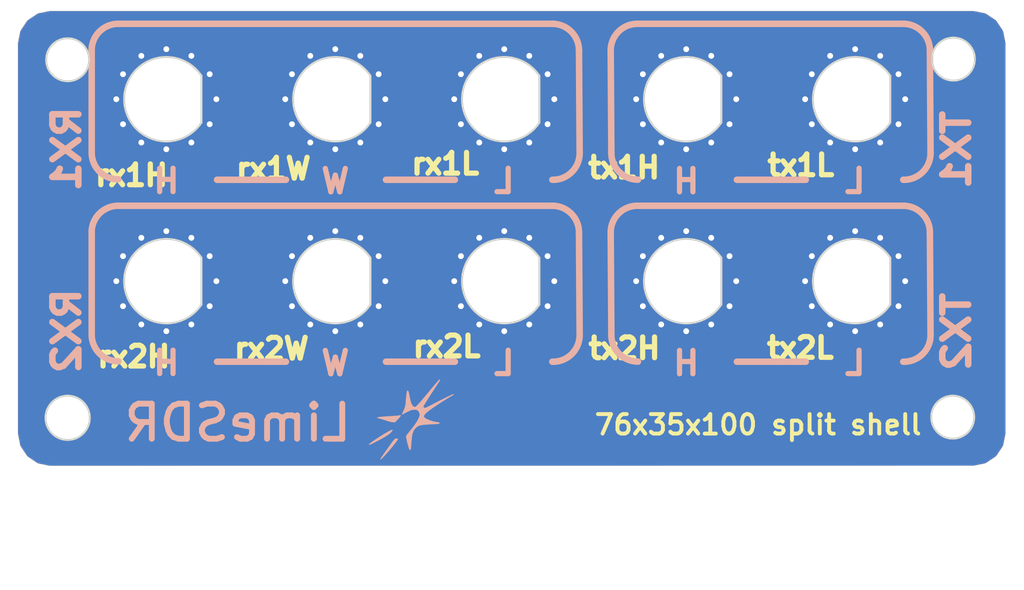
<source format=kicad_pcb>
(kicad_pcb (version 4) (host pcbnew "(2016-07-22 BZR 6991, Git 146a78a)-product")

  (general
    (links 119)
    (no_connects 0)
    (area 25.619999 92.929999 101.630001 127.950001)
    (thickness 1.6)
    (drawings 196)
    (tracks 0)
    (zones 0)
    (modules 11)
    (nets 2)
  )

  (page A4)
  (layers
    (0 F.Cu signal hide)
    (31 B.Cu signal hide)
    (32 B.Adhes user)
    (33 F.Adhes user)
    (34 B.Paste user)
    (35 F.Paste user)
    (36 B.SilkS user)
    (37 F.SilkS user)
    (38 B.Mask user)
    (39 F.Mask user)
    (40 Dwgs.User user)
    (41 Cmts.User user)
    (42 Eco1.User user)
    (43 Eco2.User user)
    (44 Edge.Cuts user)
    (45 Margin user)
    (46 B.CrtYd user)
    (47 F.CrtYd user)
    (48 B.Fab user)
    (49 F.Fab user)
  )

  (setup
    (last_trace_width 0.25)
    (trace_clearance 0.2)
    (zone_clearance 0)
    (zone_45_only yes)
    (trace_min 0.2)
    (segment_width 0.2)
    (edge_width 0.02)
    (via_size 0.8)
    (via_drill 0.4)
    (via_min_size 0.4)
    (via_min_drill 0.3)
    (uvia_size 0.3)
    (uvia_drill 0.1)
    (uvias_allowed no)
    (uvia_min_size 0.2)
    (uvia_min_drill 0.1)
    (pcb_text_width 0.3)
    (pcb_text_size 1.5 1.5)
    (mod_edge_width 0.15)
    (mod_text_size 1 1)
    (mod_text_width 0.15)
    (pad_size 0.8 0.8)
    (pad_drill 0.45)
    (pad_to_mask_clearance 0)
    (aux_axis_origin 0 0)
    (grid_origin 24.25 92.1)
    (visible_elements 7FFFFFFF)
    (pcbplotparams
      (layerselection 0x010f0_ffffffff)
      (usegerberextensions false)
      (excludeedgelayer true)
      (linewidth 0.150000)
      (plotframeref false)
      (viasonmask false)
      (mode 1)
      (useauxorigin false)
      (hpglpennumber 1)
      (hpglpenspeed 20)
      (hpglpendiameter 15)
      (psnegative false)
      (psa4output false)
      (plotreference true)
      (plotvalue true)
      (plotinvisibletext false)
      (padsonsilk false)
      (subtractmaskfromsilk false)
      (outputformat 1)
      (mirror false)
      (drillshape 0)
      (scaleselection 1)
      (outputdirectory Gerber/20160710_front_panel/))
  )

  (net 0 "")
  (net 1 GND)

  (net_class Default "This is the default net class."
    (clearance 0.2)
    (trace_width 0.25)
    (via_dia 0.8)
    (via_drill 0.4)
    (uvia_dia 0.3)
    (uvia_drill 0.1)
    (add_net GND)
  )

  (module Ohisja:SMA_test1 (layer B.Cu) (tedit 57AB487E) (tstamp 57ABA22E)
    (at 90.05 113.73 180)
    (fp_text reference REF** (at 0 -7.7 180) (layer Dwgs.User)
      (effects (font (size 1 1) (thickness 0.15)))
    )
    (fp_text value 2 (at 0 -6.7 180) (layer B.Fab)
      (effects (font (size 1 1) (thickness 0.15)) (justify mirror))
    )
    (fp_circle (center 0 0) (end 2.66 0) (layer B.Mask) (width 3))
    (fp_arc (start 0 0) (end -2.7 1.81) (angle -292.3265473) (layer Edge.Cuts) (width 0.15))
    (fp_circle (center 0 0) (end 6.25 0) (layer Dwgs.User) (width 0.15))
    (fp_line (start 0.2 -0.2) (end -0.2 0.2) (layer Dwgs.User) (width 0.15))
    (fp_line (start -0.2 -0.2) (end 0.2 0.2) (layer Dwgs.User) (width 0.15))
    (fp_line (start 4 -2.1) (end 4 2.1) (layer Dwgs.User) (width 0.15))
    (fp_line (start 0 -4.5) (end 4 -2.1) (layer Dwgs.User) (width 0.15))
    (fp_line (start -4 -2.1) (end 0 -4.5) (layer Dwgs.User) (width 0.15))
    (fp_line (start -4 2.1) (end -4 -2.1) (layer Dwgs.User) (width 0.15))
    (fp_line (start 0 4.5) (end -4 2.1) (layer Dwgs.User) (width 0.15))
    (fp_line (start 4 2.1) (end 0 4.5) (layer Dwgs.User) (width 0.15))
    (fp_line (start -2.7 1.81) (end -2.7 -1.81) (layer Edge.Cuts) (width 0.15))
    (fp_circle (center 0 0) (end 4.5 0) (layer Dwgs.User) (width 0.15))
    (fp_circle (center 0 0) (end 3.25 0) (layer Dwgs.User) (width 0.15))
    (fp_line (start -2.93 1.84) (end -2.93 -1.85) (layer B.Mask) (width 0.7))
    (fp_circle (center 0 0) (end 3.83 0) (layer B.Mask) (width 1.35))
    (fp_line (start -2.92 1.98) (end -2.92 -1.99) (layer F.Mask) (width 0.7))
    (fp_circle (center 0 0) (end 3.83 0) (layer F.Mask) (width 1.35))
    (fp_circle (center 0 0) (end 2.66 0) (layer F.Mask) (width 3))
    (pad 1 thru_hole circle (at 3.85 0 270) (size 0.8 0.8) (drill 0.45) (layers *.Cu)
      (net 1 GND))
    (pad 1 thru_hole circle (at 3.334198 1.925 240) (size 0.8 0.8) (drill 0.45) (layers *.Cu)
      (net 1 GND))
    (pad 1 thru_hole circle (at 1.925 3.334198 210) (size 0.8 0.8) (drill 0.45) (layers *.Cu)
      (net 1 GND))
    (pad 1 thru_hole circle (at 0 3.85 180) (size 0.8 0.8) (drill 0.45) (layers *.Cu)
      (net 1 GND))
    (pad 1 thru_hole circle (at -1.925 3.334198 150) (size 0.8 0.8) (drill 0.45) (layers *.Cu)
      (net 1 GND))
    (pad 1 thru_hole circle (at -3.334198 1.925 120) (size 0.8 0.8) (drill 0.45) (layers *.Cu)
      (net 1 GND))
    (pad 1 thru_hole circle (at -3.85 0 90) (size 0.8 0.8) (drill 0.45) (layers *.Cu)
      (net 1 GND))
    (pad 1 thru_hole circle (at -3.334198 -1.925 60) (size 0.8 0.8) (drill 0.45) (layers *.Cu)
      (net 1 GND))
    (pad 1 thru_hole circle (at -1.925 -3.334198 30) (size 0.8 0.8) (drill 0.45) (layers *.Cu)
      (net 1 GND))
    (pad 1 thru_hole circle (at 0 -3.85) (size 0.8 0.8) (drill 0.45) (layers *.Cu)
      (net 1 GND))
    (pad 1 thru_hole circle (at 1.925 -3.334198 330) (size 0.8 0.8) (drill 0.45) (layers *.Cu)
      (net 1 GND))
    (pad 1 thru_hole circle (at 3.334198 -1.925 300) (size 0.8 0.8) (drill 0.45) (layers *.Cu)
      (net 1 GND))
    (model D:/Dropbox/Projekti/Ohisja/sma.wrl
      (at (xyz 0 -0.02559055118110237 -0.1377952755905512))
      (scale (xyz 0.3937 0.3937 0.3937))
      (rotate (xyz 0 0 0))
    )
  )

  (module Ohisja:SMA_test1 (layer B.Cu) (tedit 57AB487E) (tstamp 57ABA20C)
    (at 77.05 113.73 180)
    (fp_text reference REF** (at 0 -7.7 180) (layer Dwgs.User)
      (effects (font (size 1 1) (thickness 0.15)))
    )
    (fp_text value 2 (at 0 -6.7 180) (layer B.Fab)
      (effects (font (size 1 1) (thickness 0.15)) (justify mirror))
    )
    (fp_circle (center 0 0) (end 2.66 0) (layer B.Mask) (width 3))
    (fp_arc (start 0 0) (end -2.7 1.81) (angle -292.3265473) (layer Edge.Cuts) (width 0.15))
    (fp_circle (center 0 0) (end 6.25 0) (layer Dwgs.User) (width 0.15))
    (fp_line (start 0.2 -0.2) (end -0.2 0.2) (layer Dwgs.User) (width 0.15))
    (fp_line (start -0.2 -0.2) (end 0.2 0.2) (layer Dwgs.User) (width 0.15))
    (fp_line (start 4 -2.1) (end 4 2.1) (layer Dwgs.User) (width 0.15))
    (fp_line (start 0 -4.5) (end 4 -2.1) (layer Dwgs.User) (width 0.15))
    (fp_line (start -4 -2.1) (end 0 -4.5) (layer Dwgs.User) (width 0.15))
    (fp_line (start -4 2.1) (end -4 -2.1) (layer Dwgs.User) (width 0.15))
    (fp_line (start 0 4.5) (end -4 2.1) (layer Dwgs.User) (width 0.15))
    (fp_line (start 4 2.1) (end 0 4.5) (layer Dwgs.User) (width 0.15))
    (fp_line (start -2.7 1.81) (end -2.7 -1.81) (layer Edge.Cuts) (width 0.15))
    (fp_circle (center 0 0) (end 4.5 0) (layer Dwgs.User) (width 0.15))
    (fp_circle (center 0 0) (end 3.25 0) (layer Dwgs.User) (width 0.15))
    (fp_line (start -2.93 1.84) (end -2.93 -1.85) (layer B.Mask) (width 0.7))
    (fp_circle (center 0 0) (end 3.83 0) (layer B.Mask) (width 1.35))
    (fp_line (start -2.92 1.98) (end -2.92 -1.99) (layer F.Mask) (width 0.7))
    (fp_circle (center 0 0) (end 3.83 0) (layer F.Mask) (width 1.35))
    (fp_circle (center 0 0) (end 2.66 0) (layer F.Mask) (width 3))
    (pad 1 thru_hole circle (at 3.85 0 270) (size 0.8 0.8) (drill 0.45) (layers *.Cu)
      (net 1 GND))
    (pad 1 thru_hole circle (at 3.334198 1.925 240) (size 0.8 0.8) (drill 0.45) (layers *.Cu)
      (net 1 GND))
    (pad 1 thru_hole circle (at 1.925 3.334198 210) (size 0.8 0.8) (drill 0.45) (layers *.Cu)
      (net 1 GND))
    (pad 1 thru_hole circle (at 0 3.85 180) (size 0.8 0.8) (drill 0.45) (layers *.Cu)
      (net 1 GND))
    (pad 1 thru_hole circle (at -1.925 3.334198 150) (size 0.8 0.8) (drill 0.45) (layers *.Cu)
      (net 1 GND))
    (pad 1 thru_hole circle (at -3.334198 1.925 120) (size 0.8 0.8) (drill 0.45) (layers *.Cu)
      (net 1 GND))
    (pad 1 thru_hole circle (at -3.85 0 90) (size 0.8 0.8) (drill 0.45) (layers *.Cu)
      (net 1 GND))
    (pad 1 thru_hole circle (at -3.334198 -1.925 60) (size 0.8 0.8) (drill 0.45) (layers *.Cu)
      (net 1 GND))
    (pad 1 thru_hole circle (at -1.925 -3.334198 30) (size 0.8 0.8) (drill 0.45) (layers *.Cu)
      (net 1 GND))
    (pad 1 thru_hole circle (at 0 -3.85) (size 0.8 0.8) (drill 0.45) (layers *.Cu)
      (net 1 GND))
    (pad 1 thru_hole circle (at 1.925 -3.334198 330) (size 0.8 0.8) (drill 0.45) (layers *.Cu)
      (net 1 GND))
    (pad 1 thru_hole circle (at 3.334198 -1.925 300) (size 0.8 0.8) (drill 0.45) (layers *.Cu)
      (net 1 GND))
    (model D:/Dropbox/Projekti/Ohisja/sma.wrl
      (at (xyz 0 -0.02559055118110237 -0.1377952755905512))
      (scale (xyz 0.3937 0.3937 0.3937))
      (rotate (xyz 0 0 0))
    )
  )

  (module Ohisja:SMA_test1 (layer B.Cu) (tedit 57AB487E) (tstamp 57ABA1EA)
    (at 90.05 99.73 180)
    (fp_text reference REF** (at 0 -7.7 180) (layer Dwgs.User)
      (effects (font (size 1 1) (thickness 0.15)))
    )
    (fp_text value 2 (at 0 -6.7 180) (layer B.Fab)
      (effects (font (size 1 1) (thickness 0.15)) (justify mirror))
    )
    (fp_circle (center 0 0) (end 2.66 0) (layer B.Mask) (width 3))
    (fp_arc (start 0 0) (end -2.7 1.81) (angle -292.3265473) (layer Edge.Cuts) (width 0.15))
    (fp_circle (center 0 0) (end 6.25 0) (layer Dwgs.User) (width 0.15))
    (fp_line (start 0.2 -0.2) (end -0.2 0.2) (layer Dwgs.User) (width 0.15))
    (fp_line (start -0.2 -0.2) (end 0.2 0.2) (layer Dwgs.User) (width 0.15))
    (fp_line (start 4 -2.1) (end 4 2.1) (layer Dwgs.User) (width 0.15))
    (fp_line (start 0 -4.5) (end 4 -2.1) (layer Dwgs.User) (width 0.15))
    (fp_line (start -4 -2.1) (end 0 -4.5) (layer Dwgs.User) (width 0.15))
    (fp_line (start -4 2.1) (end -4 -2.1) (layer Dwgs.User) (width 0.15))
    (fp_line (start 0 4.5) (end -4 2.1) (layer Dwgs.User) (width 0.15))
    (fp_line (start 4 2.1) (end 0 4.5) (layer Dwgs.User) (width 0.15))
    (fp_line (start -2.7 1.81) (end -2.7 -1.81) (layer Edge.Cuts) (width 0.15))
    (fp_circle (center 0 0) (end 4.5 0) (layer Dwgs.User) (width 0.15))
    (fp_circle (center 0 0) (end 3.25 0) (layer Dwgs.User) (width 0.15))
    (fp_line (start -2.93 1.84) (end -2.93 -1.85) (layer B.Mask) (width 0.7))
    (fp_circle (center 0 0) (end 3.83 0) (layer B.Mask) (width 1.35))
    (fp_line (start -2.92 1.98) (end -2.92 -1.99) (layer F.Mask) (width 0.7))
    (fp_circle (center 0 0) (end 3.83 0) (layer F.Mask) (width 1.35))
    (fp_circle (center 0 0) (end 2.66 0) (layer F.Mask) (width 3))
    (pad 1 thru_hole circle (at 3.85 0 270) (size 0.8 0.8) (drill 0.45) (layers *.Cu)
      (net 1 GND))
    (pad 1 thru_hole circle (at 3.334198 1.925 240) (size 0.8 0.8) (drill 0.45) (layers *.Cu)
      (net 1 GND))
    (pad 1 thru_hole circle (at 1.925 3.334198 210) (size 0.8 0.8) (drill 0.45) (layers *.Cu)
      (net 1 GND))
    (pad 1 thru_hole circle (at 0 3.85 180) (size 0.8 0.8) (drill 0.45) (layers *.Cu)
      (net 1 GND))
    (pad 1 thru_hole circle (at -1.925 3.334198 150) (size 0.8 0.8) (drill 0.45) (layers *.Cu)
      (net 1 GND))
    (pad 1 thru_hole circle (at -3.334198 1.925 120) (size 0.8 0.8) (drill 0.45) (layers *.Cu)
      (net 1 GND))
    (pad 1 thru_hole circle (at -3.85 0 90) (size 0.8 0.8) (drill 0.45) (layers *.Cu)
      (net 1 GND))
    (pad 1 thru_hole circle (at -3.334198 -1.925 60) (size 0.8 0.8) (drill 0.45) (layers *.Cu)
      (net 1 GND))
    (pad 1 thru_hole circle (at -1.925 -3.334198 30) (size 0.8 0.8) (drill 0.45) (layers *.Cu)
      (net 1 GND))
    (pad 1 thru_hole circle (at 0 -3.85) (size 0.8 0.8) (drill 0.45) (layers *.Cu)
      (net 1 GND))
    (pad 1 thru_hole circle (at 1.925 -3.334198 330) (size 0.8 0.8) (drill 0.45) (layers *.Cu)
      (net 1 GND))
    (pad 1 thru_hole circle (at 3.334198 -1.925 300) (size 0.8 0.8) (drill 0.45) (layers *.Cu)
      (net 1 GND))
    (model D:/Dropbox/Projekti/Ohisja/sma.wrl
      (at (xyz 0 -0.02559055118110237 -0.1377952755905512))
      (scale (xyz 0.3937 0.3937 0.3937))
      (rotate (xyz 0 0 0))
    )
  )

  (module Ohisja:SMA_test1 (layer B.Cu) (tedit 57AB487E) (tstamp 57ABA1AE)
    (at 77.05 99.73 180)
    (fp_text reference REF** (at 0 -7.7 180) (layer Dwgs.User)
      (effects (font (size 1 1) (thickness 0.15)))
    )
    (fp_text value 2 (at 0 -6.7 180) (layer B.Fab)
      (effects (font (size 1 1) (thickness 0.15)) (justify mirror))
    )
    (fp_circle (center 0 0) (end 2.66 0) (layer B.Mask) (width 3))
    (fp_arc (start 0 0) (end -2.7 1.81) (angle -292.3265473) (layer Edge.Cuts) (width 0.15))
    (fp_circle (center 0 0) (end 6.25 0) (layer Dwgs.User) (width 0.15))
    (fp_line (start 0.2 -0.2) (end -0.2 0.2) (layer Dwgs.User) (width 0.15))
    (fp_line (start -0.2 -0.2) (end 0.2 0.2) (layer Dwgs.User) (width 0.15))
    (fp_line (start 4 -2.1) (end 4 2.1) (layer Dwgs.User) (width 0.15))
    (fp_line (start 0 -4.5) (end 4 -2.1) (layer Dwgs.User) (width 0.15))
    (fp_line (start -4 -2.1) (end 0 -4.5) (layer Dwgs.User) (width 0.15))
    (fp_line (start -4 2.1) (end -4 -2.1) (layer Dwgs.User) (width 0.15))
    (fp_line (start 0 4.5) (end -4 2.1) (layer Dwgs.User) (width 0.15))
    (fp_line (start 4 2.1) (end 0 4.5) (layer Dwgs.User) (width 0.15))
    (fp_line (start -2.7 1.81) (end -2.7 -1.81) (layer Edge.Cuts) (width 0.15))
    (fp_circle (center 0 0) (end 4.5 0) (layer Dwgs.User) (width 0.15))
    (fp_circle (center 0 0) (end 3.25 0) (layer Dwgs.User) (width 0.15))
    (fp_line (start -2.93 1.84) (end -2.93 -1.85) (layer B.Mask) (width 0.7))
    (fp_circle (center 0 0) (end 3.83 0) (layer B.Mask) (width 1.35))
    (fp_line (start -2.92 1.98) (end -2.92 -1.99) (layer F.Mask) (width 0.7))
    (fp_circle (center 0 0) (end 3.83 0) (layer F.Mask) (width 1.35))
    (fp_circle (center 0 0) (end 2.66 0) (layer F.Mask) (width 3))
    (pad 1 thru_hole circle (at 3.85 0 270) (size 0.8 0.8) (drill 0.45) (layers *.Cu)
      (net 1 GND))
    (pad 1 thru_hole circle (at 3.334198 1.925 240) (size 0.8 0.8) (drill 0.45) (layers *.Cu)
      (net 1 GND))
    (pad 1 thru_hole circle (at 1.925 3.334198 210) (size 0.8 0.8) (drill 0.45) (layers *.Cu)
      (net 1 GND))
    (pad 1 thru_hole circle (at 0 3.85 180) (size 0.8 0.8) (drill 0.45) (layers *.Cu)
      (net 1 GND))
    (pad 1 thru_hole circle (at -1.925 3.334198 150) (size 0.8 0.8) (drill 0.45) (layers *.Cu)
      (net 1 GND))
    (pad 1 thru_hole circle (at -3.334198 1.925 120) (size 0.8 0.8) (drill 0.45) (layers *.Cu)
      (net 1 GND))
    (pad 1 thru_hole circle (at -3.85 0 90) (size 0.8 0.8) (drill 0.45) (layers *.Cu)
      (net 1 GND))
    (pad 1 thru_hole circle (at -3.334198 -1.925 60) (size 0.8 0.8) (drill 0.45) (layers *.Cu)
      (net 1 GND))
    (pad 1 thru_hole circle (at -1.925 -3.334198 30) (size 0.8 0.8) (drill 0.45) (layers *.Cu)
      (net 1 GND))
    (pad 1 thru_hole circle (at 0 -3.85) (size 0.8 0.8) (drill 0.45) (layers *.Cu)
      (net 1 GND))
    (pad 1 thru_hole circle (at 1.925 -3.334198 330) (size 0.8 0.8) (drill 0.45) (layers *.Cu)
      (net 1 GND))
    (pad 1 thru_hole circle (at 3.334198 -1.925 300) (size 0.8 0.8) (drill 0.45) (layers *.Cu)
      (net 1 GND))
    (model D:/Dropbox/Projekti/Ohisja/sma.wrl
      (at (xyz 0 -0.02559055118110237 -0.1377952755905512))
      (scale (xyz 0.3937 0.3937 0.3937))
      (rotate (xyz 0 0 0))
    )
  )

  (module Ohisja:SMA_test1 (layer B.Cu) (tedit 57AB487E) (tstamp 57AB9FF5)
    (at 63.05 113.73 180)
    (fp_text reference REF** (at 0 -7.7 180) (layer Dwgs.User)
      (effects (font (size 1 1) (thickness 0.15)))
    )
    (fp_text value 2 (at 0 -6.7 180) (layer B.Fab)
      (effects (font (size 1 1) (thickness 0.15)) (justify mirror))
    )
    (fp_circle (center 0 0) (end 2.66 0) (layer B.Mask) (width 3))
    (fp_arc (start 0 0) (end -2.7 1.81) (angle -292.3265473) (layer Edge.Cuts) (width 0.15))
    (fp_circle (center 0 0) (end 6.25 0) (layer Dwgs.User) (width 0.15))
    (fp_line (start 0.2 -0.2) (end -0.2 0.2) (layer Dwgs.User) (width 0.15))
    (fp_line (start -0.2 -0.2) (end 0.2 0.2) (layer Dwgs.User) (width 0.15))
    (fp_line (start 4 -2.1) (end 4 2.1) (layer Dwgs.User) (width 0.15))
    (fp_line (start 0 -4.5) (end 4 -2.1) (layer Dwgs.User) (width 0.15))
    (fp_line (start -4 -2.1) (end 0 -4.5) (layer Dwgs.User) (width 0.15))
    (fp_line (start -4 2.1) (end -4 -2.1) (layer Dwgs.User) (width 0.15))
    (fp_line (start 0 4.5) (end -4 2.1) (layer Dwgs.User) (width 0.15))
    (fp_line (start 4 2.1) (end 0 4.5) (layer Dwgs.User) (width 0.15))
    (fp_line (start -2.7 1.81) (end -2.7 -1.81) (layer Edge.Cuts) (width 0.15))
    (fp_circle (center 0 0) (end 4.5 0) (layer Dwgs.User) (width 0.15))
    (fp_circle (center 0 0) (end 3.25 0) (layer Dwgs.User) (width 0.15))
    (fp_line (start -2.93 1.84) (end -2.93 -1.85) (layer B.Mask) (width 0.7))
    (fp_circle (center 0 0) (end 3.83 0) (layer B.Mask) (width 1.35))
    (fp_line (start -2.92 1.98) (end -2.92 -1.99) (layer F.Mask) (width 0.7))
    (fp_circle (center 0 0) (end 3.83 0) (layer F.Mask) (width 1.35))
    (fp_circle (center 0 0) (end 2.66 0) (layer F.Mask) (width 3))
    (pad 1 thru_hole circle (at 3.85 0 270) (size 0.8 0.8) (drill 0.45) (layers *.Cu)
      (net 1 GND))
    (pad 1 thru_hole circle (at 3.334198 1.925 240) (size 0.8 0.8) (drill 0.45) (layers *.Cu)
      (net 1 GND))
    (pad 1 thru_hole circle (at 1.925 3.334198 210) (size 0.8 0.8) (drill 0.45) (layers *.Cu)
      (net 1 GND))
    (pad 1 thru_hole circle (at 0 3.85 180) (size 0.8 0.8) (drill 0.45) (layers *.Cu)
      (net 1 GND))
    (pad 1 thru_hole circle (at -1.925 3.334198 150) (size 0.8 0.8) (drill 0.45) (layers *.Cu)
      (net 1 GND))
    (pad 1 thru_hole circle (at -3.334198 1.925 120) (size 0.8 0.8) (drill 0.45) (layers *.Cu)
      (net 1 GND))
    (pad 1 thru_hole circle (at -3.85 0 90) (size 0.8 0.8) (drill 0.45) (layers *.Cu)
      (net 1 GND))
    (pad 1 thru_hole circle (at -3.334198 -1.925 60) (size 0.8 0.8) (drill 0.45) (layers *.Cu)
      (net 1 GND))
    (pad 1 thru_hole circle (at -1.925 -3.334198 30) (size 0.8 0.8) (drill 0.45) (layers *.Cu)
      (net 1 GND))
    (pad 1 thru_hole circle (at 0 -3.85) (size 0.8 0.8) (drill 0.45) (layers *.Cu)
      (net 1 GND))
    (pad 1 thru_hole circle (at 1.925 -3.334198 330) (size 0.8 0.8) (drill 0.45) (layers *.Cu)
      (net 1 GND))
    (pad 1 thru_hole circle (at 3.334198 -1.925 300) (size 0.8 0.8) (drill 0.45) (layers *.Cu)
      (net 1 GND))
    (model D:/Dropbox/Projekti/Ohisja/sma.wrl
      (at (xyz 0 -0.02559055118110237 -0.1377952755905512))
      (scale (xyz 0.3937 0.3937 0.3937))
      (rotate (xyz 0 0 0))
    )
  )

  (module Ohisja:SMA_test1 (layer B.Cu) (tedit 57AB487E) (tstamp 57AB9FD3)
    (at 50.05 113.73 180)
    (fp_text reference REF** (at 0 -7.7 180) (layer Dwgs.User)
      (effects (font (size 1 1) (thickness 0.15)))
    )
    (fp_text value 2 (at 0 -6.7 180) (layer B.Fab)
      (effects (font (size 1 1) (thickness 0.15)) (justify mirror))
    )
    (fp_circle (center 0 0) (end 2.66 0) (layer B.Mask) (width 3))
    (fp_arc (start 0 0) (end -2.7 1.81) (angle -292.3265473) (layer Edge.Cuts) (width 0.15))
    (fp_circle (center 0 0) (end 6.25 0) (layer Dwgs.User) (width 0.15))
    (fp_line (start 0.2 -0.2) (end -0.2 0.2) (layer Dwgs.User) (width 0.15))
    (fp_line (start -0.2 -0.2) (end 0.2 0.2) (layer Dwgs.User) (width 0.15))
    (fp_line (start 4 -2.1) (end 4 2.1) (layer Dwgs.User) (width 0.15))
    (fp_line (start 0 -4.5) (end 4 -2.1) (layer Dwgs.User) (width 0.15))
    (fp_line (start -4 -2.1) (end 0 -4.5) (layer Dwgs.User) (width 0.15))
    (fp_line (start -4 2.1) (end -4 -2.1) (layer Dwgs.User) (width 0.15))
    (fp_line (start 0 4.5) (end -4 2.1) (layer Dwgs.User) (width 0.15))
    (fp_line (start 4 2.1) (end 0 4.5) (layer Dwgs.User) (width 0.15))
    (fp_line (start -2.7 1.81) (end -2.7 -1.81) (layer Edge.Cuts) (width 0.15))
    (fp_circle (center 0 0) (end 4.5 0) (layer Dwgs.User) (width 0.15))
    (fp_circle (center 0 0) (end 3.25 0) (layer Dwgs.User) (width 0.15))
    (fp_line (start -2.93 1.84) (end -2.93 -1.85) (layer B.Mask) (width 0.7))
    (fp_circle (center 0 0) (end 3.83 0) (layer B.Mask) (width 1.35))
    (fp_line (start -2.92 1.98) (end -2.92 -1.99) (layer F.Mask) (width 0.7))
    (fp_circle (center 0 0) (end 3.83 0) (layer F.Mask) (width 1.35))
    (fp_circle (center 0 0) (end 2.66 0) (layer F.Mask) (width 3))
    (pad 1 thru_hole circle (at 3.85 0 270) (size 0.8 0.8) (drill 0.45) (layers *.Cu)
      (net 1 GND))
    (pad 1 thru_hole circle (at 3.334198 1.925 240) (size 0.8 0.8) (drill 0.45) (layers *.Cu)
      (net 1 GND))
    (pad 1 thru_hole circle (at 1.925 3.334198 210) (size 0.8 0.8) (drill 0.45) (layers *.Cu)
      (net 1 GND))
    (pad 1 thru_hole circle (at 0 3.85 180) (size 0.8 0.8) (drill 0.45) (layers *.Cu)
      (net 1 GND))
    (pad 1 thru_hole circle (at -1.925 3.334198 150) (size 0.8 0.8) (drill 0.45) (layers *.Cu)
      (net 1 GND))
    (pad 1 thru_hole circle (at -3.334198 1.925 120) (size 0.8 0.8) (drill 0.45) (layers *.Cu)
      (net 1 GND))
    (pad 1 thru_hole circle (at -3.85 0 90) (size 0.8 0.8) (drill 0.45) (layers *.Cu)
      (net 1 GND))
    (pad 1 thru_hole circle (at -3.334198 -1.925 60) (size 0.8 0.8) (drill 0.45) (layers *.Cu)
      (net 1 GND))
    (pad 1 thru_hole circle (at -1.925 -3.334198 30) (size 0.8 0.8) (drill 0.45) (layers *.Cu)
      (net 1 GND))
    (pad 1 thru_hole circle (at 0 -3.85) (size 0.8 0.8) (drill 0.45) (layers *.Cu)
      (net 1 GND))
    (pad 1 thru_hole circle (at 1.925 -3.334198 330) (size 0.8 0.8) (drill 0.45) (layers *.Cu)
      (net 1 GND))
    (pad 1 thru_hole circle (at 3.334198 -1.925 300) (size 0.8 0.8) (drill 0.45) (layers *.Cu)
      (net 1 GND))
    (model D:/Dropbox/Projekti/Ohisja/sma.wrl
      (at (xyz 0 -0.02559055118110237 -0.1377952755905512))
      (scale (xyz 0.3937 0.3937 0.3937))
      (rotate (xyz 0 0 0))
    )
  )

  (module Ohisja:SMA_test1 (layer B.Cu) (tedit 57AB487E) (tstamp 57AB9FB1)
    (at 37.05 113.73 180)
    (fp_text reference REF** (at 0 -7.7 180) (layer Dwgs.User)
      (effects (font (size 1 1) (thickness 0.15)))
    )
    (fp_text value 2 (at 0 -6.7 180) (layer B.Fab)
      (effects (font (size 1 1) (thickness 0.15)) (justify mirror))
    )
    (fp_circle (center 0 0) (end 2.66 0) (layer B.Mask) (width 3))
    (fp_arc (start 0 0) (end -2.7 1.81) (angle -292.3265473) (layer Edge.Cuts) (width 0.15))
    (fp_circle (center 0 0) (end 6.25 0) (layer Dwgs.User) (width 0.15))
    (fp_line (start 0.2 -0.2) (end -0.2 0.2) (layer Dwgs.User) (width 0.15))
    (fp_line (start -0.2 -0.2) (end 0.2 0.2) (layer Dwgs.User) (width 0.15))
    (fp_line (start 4 -2.1) (end 4 2.1) (layer Dwgs.User) (width 0.15))
    (fp_line (start 0 -4.5) (end 4 -2.1) (layer Dwgs.User) (width 0.15))
    (fp_line (start -4 -2.1) (end 0 -4.5) (layer Dwgs.User) (width 0.15))
    (fp_line (start -4 2.1) (end -4 -2.1) (layer Dwgs.User) (width 0.15))
    (fp_line (start 0 4.5) (end -4 2.1) (layer Dwgs.User) (width 0.15))
    (fp_line (start 4 2.1) (end 0 4.5) (layer Dwgs.User) (width 0.15))
    (fp_line (start -2.7 1.81) (end -2.7 -1.81) (layer Edge.Cuts) (width 0.15))
    (fp_circle (center 0 0) (end 4.5 0) (layer Dwgs.User) (width 0.15))
    (fp_circle (center 0 0) (end 3.25 0) (layer Dwgs.User) (width 0.15))
    (fp_line (start -2.93 1.84) (end -2.93 -1.85) (layer B.Mask) (width 0.7))
    (fp_circle (center 0 0) (end 3.83 0) (layer B.Mask) (width 1.35))
    (fp_line (start -2.92 1.98) (end -2.92 -1.99) (layer F.Mask) (width 0.7))
    (fp_circle (center 0 0) (end 3.83 0) (layer F.Mask) (width 1.35))
    (fp_circle (center 0 0) (end 2.66 0) (layer F.Mask) (width 3))
    (pad 1 thru_hole circle (at 3.85 0 270) (size 0.8 0.8) (drill 0.45) (layers *.Cu)
      (net 1 GND))
    (pad 1 thru_hole circle (at 3.334198 1.925 240) (size 0.8 0.8) (drill 0.45) (layers *.Cu)
      (net 1 GND))
    (pad 1 thru_hole circle (at 1.925 3.334198 210) (size 0.8 0.8) (drill 0.45) (layers *.Cu)
      (net 1 GND))
    (pad 1 thru_hole circle (at 0 3.85 180) (size 0.8 0.8) (drill 0.45) (layers *.Cu)
      (net 1 GND))
    (pad 1 thru_hole circle (at -1.925 3.334198 150) (size 0.8 0.8) (drill 0.45) (layers *.Cu)
      (net 1 GND))
    (pad 1 thru_hole circle (at -3.334198 1.925 120) (size 0.8 0.8) (drill 0.45) (layers *.Cu)
      (net 1 GND))
    (pad 1 thru_hole circle (at -3.85 0 90) (size 0.8 0.8) (drill 0.45) (layers *.Cu)
      (net 1 GND))
    (pad 1 thru_hole circle (at -3.334198 -1.925 60) (size 0.8 0.8) (drill 0.45) (layers *.Cu)
      (net 1 GND))
    (pad 1 thru_hole circle (at -1.925 -3.334198 30) (size 0.8 0.8) (drill 0.45) (layers *.Cu)
      (net 1 GND))
    (pad 1 thru_hole circle (at 0 -3.85) (size 0.8 0.8) (drill 0.45) (layers *.Cu)
      (net 1 GND))
    (pad 1 thru_hole circle (at 1.925 -3.334198 330) (size 0.8 0.8) (drill 0.45) (layers *.Cu)
      (net 1 GND))
    (pad 1 thru_hole circle (at 3.334198 -1.925 300) (size 0.8 0.8) (drill 0.45) (layers *.Cu)
      (net 1 GND))
    (model D:/Dropbox/Projekti/Ohisja/sma.wrl
      (at (xyz 0 -0.02559055118110237 -0.1377952755905512))
      (scale (xyz 0.3937 0.3937 0.3937))
      (rotate (xyz 0 0 0))
    )
  )

  (module Ohisja:SMA_test1 (layer B.Cu) (tedit 57AB487E) (tstamp 57AB9F8F)
    (at 63.05 99.73 180)
    (fp_text reference REF** (at 0 -7.7 180) (layer Dwgs.User)
      (effects (font (size 1 1) (thickness 0.15)))
    )
    (fp_text value 2 (at 0 -6.7 180) (layer B.Fab)
      (effects (font (size 1 1) (thickness 0.15)) (justify mirror))
    )
    (fp_circle (center 0 0) (end 2.66 0) (layer B.Mask) (width 3))
    (fp_arc (start 0 0) (end -2.7 1.81) (angle -292.3265473) (layer Edge.Cuts) (width 0.15))
    (fp_circle (center 0 0) (end 6.25 0) (layer Dwgs.User) (width 0.15))
    (fp_line (start 0.2 -0.2) (end -0.2 0.2) (layer Dwgs.User) (width 0.15))
    (fp_line (start -0.2 -0.2) (end 0.2 0.2) (layer Dwgs.User) (width 0.15))
    (fp_line (start 4 -2.1) (end 4 2.1) (layer Dwgs.User) (width 0.15))
    (fp_line (start 0 -4.5) (end 4 -2.1) (layer Dwgs.User) (width 0.15))
    (fp_line (start -4 -2.1) (end 0 -4.5) (layer Dwgs.User) (width 0.15))
    (fp_line (start -4 2.1) (end -4 -2.1) (layer Dwgs.User) (width 0.15))
    (fp_line (start 0 4.5) (end -4 2.1) (layer Dwgs.User) (width 0.15))
    (fp_line (start 4 2.1) (end 0 4.5) (layer Dwgs.User) (width 0.15))
    (fp_line (start -2.7 1.81) (end -2.7 -1.81) (layer Edge.Cuts) (width 0.15))
    (fp_circle (center 0 0) (end 4.5 0) (layer Dwgs.User) (width 0.15))
    (fp_circle (center 0 0) (end 3.25 0) (layer Dwgs.User) (width 0.15))
    (fp_line (start -2.93 1.84) (end -2.93 -1.85) (layer B.Mask) (width 0.7))
    (fp_circle (center 0 0) (end 3.83 0) (layer B.Mask) (width 1.35))
    (fp_line (start -2.92 1.98) (end -2.92 -1.99) (layer F.Mask) (width 0.7))
    (fp_circle (center 0 0) (end 3.83 0) (layer F.Mask) (width 1.35))
    (fp_circle (center 0 0) (end 2.66 0) (layer F.Mask) (width 3))
    (pad 1 thru_hole circle (at 3.85 0 270) (size 0.8 0.8) (drill 0.45) (layers *.Cu)
      (net 1 GND))
    (pad 1 thru_hole circle (at 3.334198 1.925 240) (size 0.8 0.8) (drill 0.45) (layers *.Cu)
      (net 1 GND))
    (pad 1 thru_hole circle (at 1.925 3.334198 210) (size 0.8 0.8) (drill 0.45) (layers *.Cu)
      (net 1 GND))
    (pad 1 thru_hole circle (at 0 3.85 180) (size 0.8 0.8) (drill 0.45) (layers *.Cu)
      (net 1 GND))
    (pad 1 thru_hole circle (at -1.925 3.334198 150) (size 0.8 0.8) (drill 0.45) (layers *.Cu)
      (net 1 GND))
    (pad 1 thru_hole circle (at -3.334198 1.925 120) (size 0.8 0.8) (drill 0.45) (layers *.Cu)
      (net 1 GND))
    (pad 1 thru_hole circle (at -3.85 0 90) (size 0.8 0.8) (drill 0.45) (layers *.Cu)
      (net 1 GND))
    (pad 1 thru_hole circle (at -3.334198 -1.925 60) (size 0.8 0.8) (drill 0.45) (layers *.Cu)
      (net 1 GND))
    (pad 1 thru_hole circle (at -1.925 -3.334198 30) (size 0.8 0.8) (drill 0.45) (layers *.Cu)
      (net 1 GND))
    (pad 1 thru_hole circle (at 0 -3.85) (size 0.8 0.8) (drill 0.45) (layers *.Cu)
      (net 1 GND))
    (pad 1 thru_hole circle (at 1.925 -3.334198 330) (size 0.8 0.8) (drill 0.45) (layers *.Cu)
      (net 1 GND))
    (pad 1 thru_hole circle (at 3.334198 -1.925 300) (size 0.8 0.8) (drill 0.45) (layers *.Cu)
      (net 1 GND))
    (model D:/Dropbox/Projekti/Ohisja/sma.wrl
      (at (xyz 0 -0.02559055118110237 -0.1377952755905512))
      (scale (xyz 0.3937 0.3937 0.3937))
      (rotate (xyz 0 0 0))
    )
  )

  (module Ohisja:SMA_test1 (layer B.Cu) (tedit 57AB487E) (tstamp 57AB9F6D)
    (at 50.05 99.73 180)
    (fp_text reference REF** (at 0 -7.7 180) (layer Dwgs.User)
      (effects (font (size 1 1) (thickness 0.15)))
    )
    (fp_text value 2 (at 0 -6.7 180) (layer B.Fab)
      (effects (font (size 1 1) (thickness 0.15)) (justify mirror))
    )
    (fp_circle (center 0 0) (end 2.66 0) (layer B.Mask) (width 3))
    (fp_arc (start 0 0) (end -2.7 1.81) (angle -292.3265473) (layer Edge.Cuts) (width 0.15))
    (fp_circle (center 0 0) (end 6.25 0) (layer Dwgs.User) (width 0.15))
    (fp_line (start 0.2 -0.2) (end -0.2 0.2) (layer Dwgs.User) (width 0.15))
    (fp_line (start -0.2 -0.2) (end 0.2 0.2) (layer Dwgs.User) (width 0.15))
    (fp_line (start 4 -2.1) (end 4 2.1) (layer Dwgs.User) (width 0.15))
    (fp_line (start 0 -4.5) (end 4 -2.1) (layer Dwgs.User) (width 0.15))
    (fp_line (start -4 -2.1) (end 0 -4.5) (layer Dwgs.User) (width 0.15))
    (fp_line (start -4 2.1) (end -4 -2.1) (layer Dwgs.User) (width 0.15))
    (fp_line (start 0 4.5) (end -4 2.1) (layer Dwgs.User) (width 0.15))
    (fp_line (start 4 2.1) (end 0 4.5) (layer Dwgs.User) (width 0.15))
    (fp_line (start -2.7 1.81) (end -2.7 -1.81) (layer Edge.Cuts) (width 0.15))
    (fp_circle (center 0 0) (end 4.5 0) (layer Dwgs.User) (width 0.15))
    (fp_circle (center 0 0) (end 3.25 0) (layer Dwgs.User) (width 0.15))
    (fp_line (start -2.93 1.84) (end -2.93 -1.85) (layer B.Mask) (width 0.7))
    (fp_circle (center 0 0) (end 3.83 0) (layer B.Mask) (width 1.35))
    (fp_line (start -2.92 1.98) (end -2.92 -1.99) (layer F.Mask) (width 0.7))
    (fp_circle (center 0 0) (end 3.83 0) (layer F.Mask) (width 1.35))
    (fp_circle (center 0 0) (end 2.66 0) (layer F.Mask) (width 3))
    (pad 1 thru_hole circle (at 3.85 0 270) (size 0.8 0.8) (drill 0.45) (layers *.Cu)
      (net 1 GND))
    (pad 1 thru_hole circle (at 3.334198 1.925 240) (size 0.8 0.8) (drill 0.45) (layers *.Cu)
      (net 1 GND))
    (pad 1 thru_hole circle (at 1.925 3.334198 210) (size 0.8 0.8) (drill 0.45) (layers *.Cu)
      (net 1 GND))
    (pad 1 thru_hole circle (at 0 3.85 180) (size 0.8 0.8) (drill 0.45) (layers *.Cu)
      (net 1 GND))
    (pad 1 thru_hole circle (at -1.925 3.334198 150) (size 0.8 0.8) (drill 0.45) (layers *.Cu)
      (net 1 GND))
    (pad 1 thru_hole circle (at -3.334198 1.925 120) (size 0.8 0.8) (drill 0.45) (layers *.Cu)
      (net 1 GND))
    (pad 1 thru_hole circle (at -3.85 0 90) (size 0.8 0.8) (drill 0.45) (layers *.Cu)
      (net 1 GND))
    (pad 1 thru_hole circle (at -3.334198 -1.925 60) (size 0.8 0.8) (drill 0.45) (layers *.Cu)
      (net 1 GND))
    (pad 1 thru_hole circle (at -1.925 -3.334198 30) (size 0.8 0.8) (drill 0.45) (layers *.Cu)
      (net 1 GND))
    (pad 1 thru_hole circle (at 0 -3.85) (size 0.8 0.8) (drill 0.45) (layers *.Cu)
      (net 1 GND))
    (pad 1 thru_hole circle (at 1.925 -3.334198 330) (size 0.8 0.8) (drill 0.45) (layers *.Cu)
      (net 1 GND))
    (pad 1 thru_hole circle (at 3.334198 -1.925 300) (size 0.8 0.8) (drill 0.45) (layers *.Cu)
      (net 1 GND))
    (model D:/Dropbox/Projekti/Ohisja/sma.wrl
      (at (xyz 0 -0.02559055118110237 -0.1377952755905512))
      (scale (xyz 0.3937 0.3937 0.3937))
      (rotate (xyz 0 0 0))
    )
  )

  (module Ohisja:SMA_test1 (layer B.Cu) (tedit 57AB487E) (tstamp 57AB9EC0)
    (at 37.05 99.73 180)
    (fp_text reference REF** (at 0 -7.7 180) (layer Dwgs.User)
      (effects (font (size 1 1) (thickness 0.15)))
    )
    (fp_text value 2 (at 0 -6.7 180) (layer B.Fab)
      (effects (font (size 1 1) (thickness 0.15)) (justify mirror))
    )
    (fp_circle (center 0 0) (end 2.66 0) (layer B.Mask) (width 3))
    (fp_arc (start 0 0) (end -2.7 1.81) (angle -292.3265473) (layer Edge.Cuts) (width 0.15))
    (fp_circle (center 0 0) (end 6.25 0) (layer Dwgs.User) (width 0.15))
    (fp_line (start 0.2 -0.2) (end -0.2 0.2) (layer Dwgs.User) (width 0.15))
    (fp_line (start -0.2 -0.2) (end 0.2 0.2) (layer Dwgs.User) (width 0.15))
    (fp_line (start 4 -2.1) (end 4 2.1) (layer Dwgs.User) (width 0.15))
    (fp_line (start 0 -4.5) (end 4 -2.1) (layer Dwgs.User) (width 0.15))
    (fp_line (start -4 -2.1) (end 0 -4.5) (layer Dwgs.User) (width 0.15))
    (fp_line (start -4 2.1) (end -4 -2.1) (layer Dwgs.User) (width 0.15))
    (fp_line (start 0 4.5) (end -4 2.1) (layer Dwgs.User) (width 0.15))
    (fp_line (start 4 2.1) (end 0 4.5) (layer Dwgs.User) (width 0.15))
    (fp_line (start -2.7 1.81) (end -2.7 -1.81) (layer Edge.Cuts) (width 0.15))
    (fp_circle (center 0 0) (end 4.5 0) (layer Dwgs.User) (width 0.15))
    (fp_circle (center 0 0) (end 3.25 0) (layer Dwgs.User) (width 0.15))
    (fp_line (start -2.93 1.84) (end -2.93 -1.85) (layer B.Mask) (width 0.7))
    (fp_circle (center 0 0) (end 3.83 0) (layer B.Mask) (width 1.35))
    (fp_line (start -2.92 1.98) (end -2.92 -1.99) (layer F.Mask) (width 0.7))
    (fp_circle (center 0 0) (end 3.83 0) (layer F.Mask) (width 1.35))
    (fp_circle (center 0 0) (end 2.66 0) (layer F.Mask) (width 3))
    (pad 1 thru_hole circle (at 3.85 0 270) (size 0.8 0.8) (drill 0.45) (layers *.Cu)
      (net 1 GND))
    (pad 1 thru_hole circle (at 3.334198 1.925 240) (size 0.8 0.8) (drill 0.45) (layers *.Cu)
      (net 1 GND))
    (pad 1 thru_hole circle (at 1.925 3.334198 210) (size 0.8 0.8) (drill 0.45) (layers *.Cu)
      (net 1 GND))
    (pad 1 thru_hole circle (at 0 3.85 180) (size 0.8 0.8) (drill 0.45) (layers *.Cu)
      (net 1 GND))
    (pad 1 thru_hole circle (at -1.925 3.334198 150) (size 0.8 0.8) (drill 0.45) (layers *.Cu)
      (net 1 GND))
    (pad 1 thru_hole circle (at -3.334198 1.925 120) (size 0.8 0.8) (drill 0.45) (layers *.Cu)
      (net 1 GND))
    (pad 1 thru_hole circle (at -3.85 0 90) (size 0.8 0.8) (drill 0.45) (layers *.Cu)
      (net 1 GND))
    (pad 1 thru_hole circle (at -3.334198 -1.925 60) (size 0.8 0.8) (drill 0.45) (layers *.Cu)
      (net 1 GND))
    (pad 1 thru_hole circle (at -1.925 -3.334198 30) (size 0.8 0.8) (drill 0.45) (layers *.Cu)
      (net 1 GND))
    (pad 1 thru_hole circle (at 0 -3.85) (size 0.8 0.8) (drill 0.45) (layers *.Cu)
      (net 1 GND))
    (pad 1 thru_hole circle (at 1.925 -3.334198 330) (size 0.8 0.8) (drill 0.45) (layers *.Cu)
      (net 1 GND))
    (pad 1 thru_hole circle (at 3.334198 -1.925 300) (size 0.8 0.8) (drill 0.45) (layers *.Cu)
      (net 1 GND))
    (model D:/Dropbox/Projekti/Ohisja/sma.wrl
      (at (xyz 0 -0.02559055118110237 -0.1377952755905512))
      (scale (xyz 0.3937 0.3937 0.3937))
      (rotate (xyz 0 0 0))
    )
  )

  (module Ohisja:Lime_logo (layer B.Cu) (tedit 0) (tstamp 57670360)
    (at 55.65 124.33 180)
    (fp_text reference G*** (at 5.1 -7.45 180) (layer B.SilkS) hide
      (effects (font (thickness 0.3)) (justify mirror))
    )
    (fp_text value LOGO (at 5.25 -7.55 180) (layer B.SilkS) hide
      (effects (font (thickness 0.3)) (justify mirror))
    )
    (fp_poly (pts (xy 0.945957 -1.508197) (xy 0.982519 -1.519661) (xy 1.023131 -1.546913) (xy 1.073568 -1.596618)
      (xy 1.139601 -1.675441) (xy 1.227003 -1.790047) (xy 1.341546 -1.947101) (xy 1.489005 -2.153268)
      (xy 1.583381 -2.286) (xy 1.731494 -2.495399) (xy 1.864803 -2.685609) (xy 1.977766 -2.848585)
      (xy 2.064847 -2.976282) (xy 2.120505 -3.060655) (xy 2.13923 -3.093357) (xy 2.123027 -3.121022)
      (xy 2.067141 -3.090645) (xy 1.97079 -3.001686) (xy 1.901192 -2.928592) (xy 1.726978 -2.739481)
      (xy 1.587731 -2.585778) (xy 1.468508 -2.450207) (xy 1.354369 -2.315488) (xy 1.230375 -2.164344)
      (xy 1.095232 -1.996531) (xy 0.978321 -1.847263) (xy 0.881011 -1.716509) (xy 0.81103 -1.615175)
      (xy 0.776107 -1.554169) (xy 0.773823 -1.542959) (xy 0.814691 -1.517775) (xy 0.897791 -1.505979)
      (xy 0.907674 -1.505857) (xy 0.945957 -1.508197)) (layer B.SilkS) (width 0.01))
    (fp_poly (pts (xy -2.414828 3.029694) (xy -2.342616 2.962919) (xy -2.234055 2.842521) (xy -2.173854 2.771859)
      (xy -2.070789 2.649805) (xy -1.982798 2.546189) (xy -1.922028 2.475287) (xy -1.90366 2.454359)
      (xy -1.869525 2.414224) (xy -1.797317 2.327588) (xy -1.694991 2.204054) (xy -1.570505 2.053228)
      (xy -1.433575 1.886857) (xy -1.277906 1.699781) (xy -1.119419 1.513377) (xy -0.970984 1.3425)
      (xy -0.84547 1.202006) (xy -0.773486 1.124857) (xy -0.665038 1.013779) (xy -0.592913 0.947379)
      (xy -0.543215 0.917947) (xy -0.502046 0.917775) (xy -0.45551 0.939153) (xy -0.447103 0.9438)
      (xy -0.349671 1.021291) (xy -0.272321 1.13977) (xy -0.209494 1.310244) (xy -0.162927 1.506382)
      (xy -0.115809 1.740134) (xy -0.079962 1.912144) (xy -0.052598 2.031868) (xy -0.030931 2.108762)
      (xy -0.012172 2.15228) (xy 0.006466 2.171877) (xy 0.027769 2.17701) (xy 0.034807 2.177143)
      (xy 0.063057 2.165044) (xy 0.08558 2.121138) (xy 0.105379 2.034012) (xy 0.125457 1.892254)
      (xy 0.137869 1.7854) (xy 0.156189 1.607522) (xy 0.170769 1.441043) (xy 0.179748 1.308659)
      (xy 0.181706 1.250185) (xy 0.199496 1.091541) (xy 0.246577 0.899854) (xy 0.314279 0.703938)
      (xy 0.393934 0.532602) (xy 0.401806 0.518655) (xy 0.45112 0.414665) (xy 0.461278 0.349628)
      (xy 0.433943 0.331943) (xy 0.372151 0.368844) (xy 0.333678 0.396945) (xy 0.27366 0.432034)
      (xy 0.181743 0.479373) (xy 0.047576 0.544224) (xy -0.139195 0.631847) (xy -0.21062 0.665026)
      (xy -0.294235 0.687455) (xy -0.416548 0.702362) (xy -0.494912 0.705689) (xy -0.618109 0.701922)
      (xy -0.696294 0.681518) (xy -0.756654 0.635181) (xy -0.781604 0.607642) (xy -0.848617 0.502326)
      (xy -0.890078 0.38799) (xy -0.890345 0.386593) (xy -0.883766 0.248693) (xy -0.821226 0.066959)
      (xy -0.703534 -0.157241) (xy -0.5315 -0.422536) (xy -0.305936 -0.727557) (xy -0.02915 -1.06915)
      (xy 0.082211 -1.210981) (xy 0.147021 -1.315051) (xy 0.161882 -1.37586) (xy 0.161288 -1.377578)
      (xy 0.14236 -1.444658) (xy 0.118945 -1.552414) (xy 0.107255 -1.614715) (xy 0.089001 -1.71008)
      (xy 0.066478 -1.808588) (xy 0.035228 -1.927273) (xy -0.009203 -2.083167) (xy -0.062993 -2.265493)
      (xy -0.104558 -2.35475) (xy -0.153671 -2.388687) (xy -0.198983 -2.35952) (xy -0.199319 -2.358981)
      (xy -0.210401 -2.310042) (xy -0.224021 -2.202855) (xy -0.238689 -2.051632) (xy -0.252917 -1.870584)
      (xy -0.257459 -1.803708) (xy -0.282169 -1.505292) (xy -0.314947 -1.267958) (xy -0.358815 -1.08039)
      (xy -0.416794 -0.931275) (xy -0.491906 -0.809297) (xy -0.53787 -0.753798) (xy -0.619676 -0.668307)
      (xy -0.699684 -0.600572) (xy -0.787921 -0.547969) (xy -0.894414 -0.507875) (xy -1.02919 -0.477666)
      (xy -1.202276 -0.454718) (xy -1.423699 -0.436408) (xy -1.703485 -0.420113) (xy -1.839104 -0.413322)
      (xy -2.027446 -0.40248) (xy -2.191216 -0.389929) (xy -2.316043 -0.377003) (xy -2.387555 -0.365039)
      (xy -2.397109 -0.361465) (xy -2.424567 -0.319532) (xy -2.395238 -0.279033) (xy -2.323533 -0.255459)
      (xy -2.29714 -0.254) (xy -2.165688 -0.240636) (xy -1.998118 -0.204727) (xy -1.813423 -0.152545)
      (xy -1.630597 -0.090363) (xy -1.468633 -0.024454) (xy -1.346523 0.038909) (xy -1.296931 0.076344)
      (xy -1.232899 0.146602) (xy -1.215235 0.197974) (xy -1.236583 0.260366) (xy -1.246736 0.280381)
      (xy -1.324132 0.384987) (xy -1.46274 0.516838) (xy -1.663931 0.677094) (xy -1.929078 0.866912)
      (xy -1.995773 0.912512) (xy -2.168564 1.02791) (xy -2.369716 1.159226) (xy -2.583912 1.296757)
      (xy -2.795836 1.430801) (xy -2.990172 1.551653) (xy -3.151603 1.649612) (xy -3.246045 1.704571)
      (xy -3.382733 1.783554) (xy -3.466204 1.838605) (xy -3.508011 1.878526) (xy -3.519708 1.912116)
      (xy -3.519714 1.913012) (xy -3.490275 1.911419) (xy -3.401533 1.877177) (xy -3.252857 1.809975)
      (xy -3.043614 1.709506) (xy -2.773171 1.575461) (xy -2.440896 1.407529) (xy -2.046155 1.205403)
      (xy -1.621289 0.985874) (xy -1.461716 0.906595) (xy -1.352424 0.861668) (xy -1.28201 0.847218)
      (xy -1.242448 0.857067) (xy -1.186812 0.905402) (xy -1.171858 0.929427) (xy -1.176523 0.954066)
      (xy -1.200469 1.005533) (xy -1.246109 1.087684) (xy -1.315859 1.204374) (xy -1.412134 1.359457)
      (xy -1.537347 1.55679) (xy -1.693915 1.800228) (xy -1.884252 2.093625) (xy -2.110772 2.440836)
      (xy -2.291775 2.717385) (xy -2.370438 2.840779) (xy -2.430895 2.941953) (xy -2.463939 3.005219)
      (xy -2.467429 3.016742) (xy -2.454996 3.046437) (xy -2.414828 3.029694)) (layer B.SilkS) (width 0.01))
    (fp_poly (pts (xy 1.250785 -0.843459) (xy 1.358718 -0.887585) (xy 1.523376 -0.971395) (xy 1.551346 -0.98643)
      (xy 1.719914 -1.081331) (xy 1.908867 -1.194076) (xy 2.108649 -1.31826) (xy 2.309702 -1.44748)
      (xy 2.502469 -1.575331) (xy 2.677394 -1.695409) (xy 2.824919 -1.801308) (xy 2.935487 -1.886624)
      (xy 2.999542 -1.944952) (xy 3.011714 -1.965088) (xy 3.00172 -1.986665) (xy 2.966309 -1.987645)
      (xy 2.897338 -1.964911) (xy 2.786665 -1.915348) (xy 2.626148 -1.835838) (xy 2.485571 -1.763697)
      (xy 2.163983 -1.594702) (xy 1.901631 -1.450453) (xy 1.691407 -1.326297) (xy 1.526198 -1.217579)
      (xy 1.398894 -1.119644) (xy 1.302384 -1.027836) (xy 1.234777 -0.944921) (xy 1.192069 -0.872554)
      (xy 1.19632 -0.838591) (xy 1.250785 -0.843459)) (layer B.SilkS) (width 0.01))
    (fp_poly (pts (xy 0.640127 0.276382) (xy 0.712546 0.265702) (xy 0.841529 0.252481) (xy 1.011176 0.238132)
      (xy 1.205588 0.22407) (xy 1.288143 0.218753) (xy 1.61825 0.197392) (xy 1.881246 0.178267)
      (xy 2.082535 0.160816) (xy 2.227524 0.144481) (xy 2.321618 0.128699) (xy 2.370223 0.112909)
      (xy 2.378722 0.105609) (xy 2.362294 0.076998) (xy 2.296555 0.051996) (xy 2.186683 0.024462)
      (xy 2.0438 -0.015261) (xy 1.887226 -0.06131) (xy 1.736277 -0.107827) (xy 1.610272 -0.14895)
      (xy 1.528528 -0.178819) (xy 1.51445 -0.185265) (xy 1.44477 -0.207142) (xy 1.330855 -0.228844)
      (xy 1.231409 -0.241824) (xy 1.012347 -0.26472) (xy 0.818377 -0.064457) (xy 0.717921 0.043983)
      (xy 0.633926 0.143156) (xy 0.583106 0.213221) (xy 0.580402 0.21803) (xy 0.555092 0.274533)
      (xy 0.5756 0.288591) (xy 0.640127 0.276382)) (layer B.SilkS) (width 0.01))
  )

  (dimension 69.540006 (width 0.3) (layer Dwgs.User)
    (gr_text "69.540 mm" (at 63.563149 138.094064 0.02471776357) (layer Dwgs.User)
      (effects (font (size 1.5 1.5) (thickness 0.3)))
    )
    (feature1 (pts (xy 98.325738 120.9) (xy 98.333732 139.429064)))
    (feature2 (pts (xy 28.785738 120.93) (xy 28.793732 139.459064)))
    (crossbar (pts (xy 28.792567 136.759064) (xy 98.332567 136.729064)))
    (arrow1a (pts (xy 98.332567 136.729064) (xy 97.206316 137.315971)))
    (arrow1b (pts (xy 98.332567 136.729064) (xy 97.20581 136.143129)))
    (arrow2a (pts (xy 28.792567 136.759064) (xy 29.919324 137.344999)))
    (arrow2b (pts (xy 28.792567 136.759064) (xy 29.918818 136.172157)))
  )
  (gr_arc (start 28.12 125.45) (end 25.63 125.45) (angle -90) (layer Edge.Cuts) (width 0.02) (tstamp 57ABA381))
  (gr_arc (start 28.12 95.43) (end 28.12 92.94) (angle -90) (layer Edge.Cuts) (width 0.02) (tstamp 57ABA34D))
  (gr_arc (start 99.13 95.43) (end 101.62 95.43) (angle -90) (layer Edge.Cuts) (width 0.02) (tstamp 57ABA31B))
  (gr_text L (at 90.05 106.03) (layer B.SilkS) (tstamp 57ABA2DE)
    (effects (font (size 1.8 1.8) (thickness 0.4)) (justify mirror))
  )
  (gr_line (start 86.25 105.93) (end 80.95 105.93) (layer B.SilkS) (width 0.5) (tstamp 57ABA2DD))
  (gr_text H (at 77.05 106.04489) (layer B.SilkS) (tstamp 57ABA2DC)
    (effects (font (size 1.8 1.8) (thickness 0.4)) (justify mirror))
  )
  (gr_arc (start 73.34 103.86939) (end 71.29 103.81939) (angle -91.39718103) (layer B.SilkS) (width 0.5) (tstamp 57ABA2DB))
  (gr_line (start 71.24 96.02) (end 71.29 103.81939) (layer B.SilkS) (width 0.5) (tstamp 57ABA2DA))
  (gr_arc (start 73.29 95.98) (end 73.34 93.93) (angle -91.39718103) (layer B.SilkS) (width 0.5) (tstamp 57ABA2D9))
  (gr_line (start 93.85 93.93) (end 73.35 93.93) (layer B.SilkS) (width 0.5) (tstamp 57ABA2D8))
  (gr_arc (start 93.75 95.98061) (end 95.8 96.03061) (angle -91.39718103) (layer B.SilkS) (width 0.5) (tstamp 57ABA2D7))
  (gr_line (start 95.85 103.83) (end 95.8 96.03061) (layer B.SilkS) (width 0.5) (tstamp 57ABA2D6))
  (gr_arc (start 93.79939 103.88) (end 93.74939 105.93) (angle -91.39718103) (layer B.SilkS) (width 0.5) (tstamp 57ABA2D5))
  (gr_text TX1 (at 97.85 103.63 90) (layer B.SilkS) (tstamp 57ABA2D4)
    (effects (font (size 2 2.2) (thickness 0.5)) (justify mirror))
  )
  (gr_arc (start 73.29 109.98) (end 73.34 107.93) (angle -91.39718103) (layer B.SilkS) (width 0.5) (tstamp 57ABA2A7))
  (gr_line (start 71.24 110.02) (end 71.29 117.81939) (layer B.SilkS) (width 0.5) (tstamp 57ABA2A6))
  (gr_arc (start 73.34 117.86939) (end 71.29 117.81939) (angle -91.39718103) (layer B.SilkS) (width 0.5) (tstamp 57ABA2A5))
  (gr_arc (start 66.75 95.98061) (end 68.8 96.03061) (angle -91.39718103) (layer B.SilkS) (width 0.5) (tstamp 57ABA278))
  (gr_line (start 68.85 103.83) (end 68.8 96.03061) (layer B.SilkS) (width 0.5) (tstamp 57ABA277))
  (gr_arc (start 66.79939 103.88) (end 66.74939 105.93) (angle -91.39718103) (layer B.SilkS) (width 0.5) (tstamp 57ABA276))
  (gr_text L (at 63.05 106.03) (layer B.SilkS) (tstamp 57ABA275)
    (effects (font (size 1.8 1.8) (thickness 0.4)) (justify mirror))
  )
  (gr_line (start 59.25 105.93) (end 53.95 105.93) (layer B.SilkS) (width 0.5) (tstamp 57ABA274))
  (gr_text W (at 50.05 106.04489) (layer B.SilkS) (tstamp 57ABA273)
    (effects (font (size 1.8 1.8) (thickness 0.4)) (justify mirror))
  )
  (gr_line (start 46.25 105.93) (end 40.95 105.93) (layer B.SilkS) (width 0.5) (tstamp 57ABA272))
  (gr_text H (at 37.05 106.03) (layer B.SilkS) (tstamp 57ABA271)
    (effects (font (size 1.8 1.8) (thickness 0.4)) (justify mirror))
  )
  (gr_arc (start 33.356034 103.84428) (end 31.306034 103.79428) (angle -91.39718103) (layer B.SilkS) (width 0.5) (tstamp 57ABA270))
  (gr_line (start 66.85 93.93) (end 33.4 93.93) (layer B.SilkS) (width 0.5) (tstamp 57ABA26F))
  (gr_arc (start 33.35 95.98) (end 33.4 93.93) (angle -91.39718103) (layer B.SilkS) (width 0.5) (tstamp 57ABA26E))
  (gr_line (start 31.306034 103.79489) (end 31.306034 95.94489) (layer B.SilkS) (width 0.5) (tstamp 57ABA26D))
  (gr_text RX1 (at 29.38 103.56 90) (layer B.SilkS) (tstamp 57ABA26C)
    (effects (font (size 2 2.2) (thickness 0.5)) (justify mirror))
  )
  (gr_line (start 90.25 113.53) (end 89.85 113.93) (layer Dwgs.User) (width 0.2) (tstamp 57ABA1E6))
  (gr_line (start 77.25 113.53) (end 76.85 113.93) (layer Dwgs.User) (width 0.2) (tstamp 57ABA1E5))
  (gr_line (start 90.25 99.53) (end 89.85 99.93) (layer Dwgs.User) (width 0.2) (tstamp 57ABA1E4))
  (gr_line (start 90.25 113.93) (end 90.25 113.53) (layer Dwgs.User) (width 0.2) (tstamp 57ABA1E3))
  (gr_line (start 77.25 113.93) (end 77.25 113.53) (layer Dwgs.User) (width 0.2) (tstamp 57ABA1E2))
  (gr_line (start 90.25 99.93) (end 90.25 99.53) (layer Dwgs.User) (width 0.2) (tstamp 57ABA1E1))
  (gr_line (start 89.85 113.53) (end 90.25 113.93) (layer Dwgs.User) (width 0.2) (tstamp 57ABA1E0))
  (gr_line (start 76.85 113.53) (end 77.25 113.93) (layer Dwgs.User) (width 0.2) (tstamp 57ABA1DF))
  (gr_line (start 89.85 99.53) (end 90.25 99.93) (layer Dwgs.User) (width 0.2) (tstamp 57ABA1DE))
  (gr_line (start 90.25 113.53) (end 89.85 113.93) (layer Dwgs.User) (width 0.2) (tstamp 57ABA1DD))
  (gr_line (start 77.25 113.53) (end 76.85 113.93) (layer Dwgs.User) (width 0.2) (tstamp 57ABA1DC))
  (gr_line (start 90.25 99.53) (end 89.85 99.93) (layer Dwgs.User) (width 0.2) (tstamp 57ABA1DB))
  (gr_line (start 89.85 113.93) (end 89.85 113.53) (layer Dwgs.User) (width 0.2) (tstamp 57ABA1DA))
  (gr_line (start 76.85 113.93) (end 76.85 113.53) (layer Dwgs.User) (width 0.2) (tstamp 57ABA1D9))
  (gr_line (start 89.85 99.93) (end 89.85 99.53) (layer Dwgs.User) (width 0.2) (tstamp 57ABA1D8))
  (gr_line (start 89.85 113.53) (end 90.25 113.93) (layer Dwgs.User) (width 0.2) (tstamp 57ABA1D7))
  (gr_line (start 76.85 113.53) (end 77.25 113.93) (layer Dwgs.User) (width 0.2) (tstamp 57ABA1D6))
  (gr_line (start 89.85 99.53) (end 90.25 99.93) (layer Dwgs.User) (width 0.2) (tstamp 57ABA1D5))
  (gr_line (start 76.85 99.53) (end 77.25 99.93) (layer Dwgs.User) (width 0.2) (tstamp 57ABA1AB))
  (gr_line (start 77.25 99.53) (end 76.85 99.93) (layer Dwgs.User) (width 0.2) (tstamp 57ABA1AA))
  (gr_line (start 77.25 99.93) (end 77.25 99.53) (layer Dwgs.User) (width 0.2) (tstamp 57ABA1A9))
  (gr_line (start 63.25 113.53) (end 62.85 113.93) (layer Dwgs.User) (width 0.2) (tstamp 57AB9F4E))
  (gr_line (start 50.25 113.53) (end 49.85 113.93) (layer Dwgs.User) (width 0.2) (tstamp 57AB9F4D))
  (gr_line (start 37.25 113.53) (end 36.85 113.93) (layer Dwgs.User) (width 0.2) (tstamp 57AB9F4C))
  (gr_line (start 63.25 99.53) (end 62.85 99.93) (layer Dwgs.User) (width 0.2) (tstamp 57AB9F4B))
  (gr_line (start 50.25 99.53) (end 49.85 99.93) (layer Dwgs.User) (width 0.2) (tstamp 57AB9F4A))
  (gr_line (start 63.25 113.93) (end 63.25 113.53) (layer Dwgs.User) (width 0.2) (tstamp 57AB9F49))
  (gr_line (start 50.25 113.93) (end 50.25 113.53) (layer Dwgs.User) (width 0.2) (tstamp 57AB9F48))
  (gr_line (start 37.25 113.93) (end 37.25 113.53) (layer Dwgs.User) (width 0.2) (tstamp 57AB9F47))
  (gr_line (start 63.25 99.93) (end 63.25 99.53) (layer Dwgs.User) (width 0.2) (tstamp 57AB9F46))
  (gr_line (start 50.25 99.93) (end 50.25 99.53) (layer Dwgs.User) (width 0.2) (tstamp 57AB9F45))
  (gr_line (start 62.85 113.53) (end 63.25 113.93) (layer Dwgs.User) (width 0.2) (tstamp 57AB9F44))
  (gr_line (start 49.85 113.53) (end 50.25 113.93) (layer Dwgs.User) (width 0.2) (tstamp 57AB9F43))
  (gr_line (start 36.85 113.53) (end 37.25 113.93) (layer Dwgs.User) (width 0.2) (tstamp 57AB9F42))
  (gr_line (start 62.85 99.53) (end 63.25 99.93) (layer Dwgs.User) (width 0.2) (tstamp 57AB9F41))
  (gr_line (start 49.85 99.53) (end 50.25 99.93) (layer Dwgs.User) (width 0.2) (tstamp 57AB9F40))
  (gr_line (start 76.85 99.53) (end 77.25 99.93) (layer Dwgs.User) (width 0.2))
  (gr_line (start 76.85 99.93) (end 76.85 99.53) (layer Dwgs.User) (width 0.2))
  (gr_line (start 77.25 99.53) (end 76.85 99.93) (layer Dwgs.User) (width 0.2))
  (gr_line (start 37.25 99.53) (end 36.85 99.93) (layer Dwgs.User) (width 0.2))
  (gr_line (start 37.25 99.93) (end 37.25 99.53) (layer Dwgs.User) (width 0.2))
  (gr_line (start 36.85 99.53) (end 37.25 99.93) (layer Dwgs.User) (width 0.2))
  (gr_text H (at 77.05 120.04489) (layer B.SilkS) (tstamp 57AB9C38)
    (effects (font (size 1.8 1.8) (thickness 0.4)) (justify mirror))
  )
  (gr_text L (at 90.05 120.03) (layer B.SilkS) (tstamp 57AB9C37)
    (effects (font (size 1.8 1.8) (thickness 0.4)) (justify mirror))
  )
  (gr_line (start 86.25 119.93) (end 80.95 119.93) (layer B.SilkS) (width 0.5) (tstamp 57AB9C36))
  (gr_line (start 93.85 107.93) (end 73.35 107.93) (layer B.SilkS) (width 0.5) (tstamp 57AB9C35))
  (gr_arc (start 93.75 109.98061) (end 95.8 110.03061) (angle -91.39718103) (layer B.SilkS) (width 0.5) (tstamp 57AB9C34))
  (gr_line (start 95.85 117.83) (end 95.8 110.03061) (layer B.SilkS) (width 0.5) (tstamp 57AB9C33))
  (gr_arc (start 93.79939 117.88) (end 93.74939 119.93) (angle -91.39718103) (layer B.SilkS) (width 0.5) (tstamp 57AB9C32))
  (gr_text TX2 (at 97.85 117.63 90) (layer B.SilkS) (tstamp 57AB9C31)
    (effects (font (size 2 2.2) (thickness 0.5)) (justify mirror))
  )
  (gr_circle (center 29.456034 96.69489) (end 27.456034 96.69489) (layer B.Mask) (width 1.25) (tstamp 57AB9B44))
  (gr_circle (center 29.456034 96.69489) (end 27.8 96.69489) (layer Edge.Cuts) (width 0.15) (tstamp 57AB9B42))
  (gr_circle (center 97.606034 96.64489) (end 95.606034 96.64489) (layer B.Mask) (width 1.25) (tstamp 57AB9B2D))
  (gr_circle (center 97.606034 96.64489) (end 95.95 96.64489) (layer Edge.Cuts) (width 0.15) (tstamp 57AB9B2B))
  (gr_circle (center 97.556034 124.19489) (end 95.556034 124.19489) (layer B.Mask) (width 1.25) (tstamp 57AB9B1D))
  (gr_circle (center 97.556034 124.19489) (end 95.9 124.19489) (layer Edge.Cuts) (width 0.15) (tstamp 57AB9B1B))
  (gr_circle (center 29.456034 124.24489) (end 27.456034 124.24489) (layer B.Mask) (width 1.25) (tstamp 57AB9AD8))
  (gr_circle (center 29.456034 124.24489) (end 27.75 124.24489) (layer Edge.Cuts) (width 0.15) (tstamp 57AB9AD6))
  (gr_line (start 46.25 119.93) (end 40.95 119.93) (layer B.SilkS) (width 0.5) (tstamp 57AB96B7))
  (gr_arc (start 99.13 125.44) (end 99.13 127.93) (angle -90) (layer Edge.Cuts) (width 0.02) (tstamp 57AB9363))
  (gr_line (start 25.63 125.45) (end 25.63 95.43) (layer Edge.Cuts) (width 0.02))
  (gr_line (start 99.13 127.93) (end 28.12 127.94) (layer Edge.Cuts) (width 0.02))
  (gr_line (start 101.62 95.43) (end 101.62 125.44) (layer Edge.Cuts) (width 0.02))
  (gr_line (start 28.12 92.94) (end 99.13 92.94) (layer Edge.Cuts) (width 0.02))
  (gr_line (start 27.791242 124.238726) (end 28.273197 123.075186) (layer Dwgs.User) (width 0.1))
  (gr_line (start 29.476654 95.053766) (end 30.640197 95.53572) (layer Dwgs.User) (width 0.1))
  (gr_line (start 29.476654 98.344761) (end 28.313117 97.862805) (layer Dwgs.User) (width 0.1))
  (gr_line (start 31.122148 96.699261) (end 30.640197 97.862805) (layer Dwgs.User) (width 0.1))
  (gr_line (start 101.623494 92.937974) (end 101.623494 127.937975) (layer Dwgs.User) (width 0.1))
  (gr_line (start 27.83116 96.699261) (end 28.313117 95.53572) (layer Dwgs.User) (width 0.1))
  (gr_line (start 30.600278 123.075186) (end 31.08223 124.238726) (layer Dwgs.User) (width 0.1))
  (gr_line (start 31.08223 124.238726) (end 31.08223 124.238726) (layer Dwgs.User) (width 0.1))
  (gr_line (start 28.273197 125.402266) (end 27.791242 124.238726) (layer Dwgs.User) (width 0.1))
  (gr_line (start 25.623491 127.937975) (end 25.623491 92.937974) (layer Dwgs.User) (width 0.1))
  (gr_line (start 101.623494 127.937975) (end 25.623491 127.937975) (layer Dwgs.User) (width 0.1))
  (gr_line (start 99.196427 124.191657) (end 98.714475 125.355197) (layer Dwgs.User) (width 0.1))
  (gr_line (start 30.600278 125.402266) (end 29.436736 125.88422) (layer Dwgs.User) (width 0.1))
  (gr_line (start 30.640197 97.862805) (end 29.476654 98.344761) (layer Dwgs.User) (width 0.1))
  (gr_line (start 95.905439 124.191657) (end 96.387394 123.028117) (layer Dwgs.User) (width 0.1))
  (gr_line (start 29.436736 122.593231) (end 30.600278 123.075186) (layer Dwgs.User) (width 0.1))
  (gr_line (start 31.08223 124.238726) (end 30.600278 125.402266) (layer Dwgs.User) (width 0.1))
  (gr_line (start 31.122148 96.699261) (end 31.122148 96.699261) (layer Dwgs.User) (width 0.1))
  (gr_line (start 30.640197 95.53572) (end 31.122148 96.699261) (layer Dwgs.User) (width 0.1))
  (gr_line (start 28.313117 95.53572) (end 29.476654 95.053766) (layer Dwgs.User) (width 0.1))
  (gr_line (start 28.313117 97.862805) (end 27.83116 96.699261) (layer Dwgs.User) (width 0.1))
  (gr_line (start 25.623491 92.937974) (end 101.623494 92.937974) (layer Dwgs.User) (width 0.1))
  (gr_line (start 96.387394 125.355197) (end 95.905439 124.191657) (layer Dwgs.User) (width 0.1))
  (gr_line (start 29.436736 125.88422) (end 28.273197 125.402266) (layer Dwgs.User) (width 0.1))
  (gr_line (start 97.550933 125.837151) (end 96.387394 125.355197) (layer Dwgs.User) (width 0.1))
  (gr_line (start 28.273197 123.075186) (end 29.436736 122.593231) (layer Dwgs.User) (width 0.1))
  (gr_line (start 98.714475 125.355197) (end 97.550933 125.837151) (layer Dwgs.User) (width 0.1))
  (gr_line (start 96.278592 123.648346) (end 95.717325 123.598457) (layer Dwgs.User) (width 0.1))
  (gr_line (start 97.301343 121.839823) (end 97.33876 122.438507) (layer Dwgs.User) (width 0.1))
  (gr_line (start 30.573054 119.981396) (end 30.573054 110.414929) (layer Dwgs.User) (width 0.1))
  (gr_line (start 29.824699 121.902172) (end 28.003702 121.839809) (layer Dwgs.User) (width 0.1))
  (gr_line (start 98.75354 97.839039) (end 97.59 98.320992) (layer Dwgs.User) (width 0.1))
  (gr_line (start 96.42646 97.839039) (end 95.944506 96.675495) (layer Dwgs.User) (width 0.1))
  (gr_line (start 97.59 98.320992) (end 96.42646 97.839039) (layer Dwgs.User) (width 0.1))
  (gr_line (start 99.235494 96.675495) (end 99.235494 96.675495) (layer Dwgs.User) (width 0.1))
  (gr_line (start 96.677716 100.84847) (end 96.652768 119.931516) (layer Dwgs.User) (width 0.1))
  (gr_line (start 95.617546 96.957018) (end 95.891942 97.268834) (layer Dwgs.User) (width 0.1))
  (gr_line (start 97.251452 98.653289) (end 97.251452 98.915214) (layer Dwgs.User) (width 0.1))
  (gr_line (start 95.605072 94.899042) (end 95.617546 96.957018) (layer Dwgs.User) (width 0.1))
  (gr_line (start 31.608273 123.623403) (end 31.084426 123.648351) (layer Dwgs.User) (width 0.1))
  (gr_line (start 99.147288 100.823522) (end 96.677716 100.84847) (layer Dwgs.User) (width 0.1))
  (gr_line (start 95.891942 97.268834) (end 97.251452 98.653289) (layer Dwgs.User) (width 0.1))
  (gr_line (start 98.75354 95.511955) (end 99.235494 96.675495) (layer Dwgs.User) (width 0.1))
  (gr_line (start 95.630017 125.880938) (end 31.68311 125.893412) (layer Dwgs.User) (width 0.1))
  (gr_line (start 97.33876 122.438507) (end 96.278592 123.648346) (layer Dwgs.User) (width 0.1))
  (gr_line (start 99.109868 119.981407) (end 99.147285 121.827349) (layer Dwgs.User) (width 0.1))
  (gr_line (start 96.42646 95.511955) (end 97.59 95.03) (layer Dwgs.User) (width 0.1))
  (gr_line (start 31.658164 94.886571) (end 95.605072 94.899042) (layer Dwgs.User) (width 0.1))
  (gr_line (start 97.251452 98.915214) (end 99.122339 98.927688) (layer Dwgs.User) (width 0.1))
  (gr_line (start 31.720527 97.368614) (end 31.658164 94.886571) (layer Dwgs.User) (width 0.1))
  (gr_line (start 99.196427 124.191657) (end 99.196427 124.191657) (layer Dwgs.User) (width 0.1))
  (gr_line (start 97.550933 122.546162) (end 98.714475 123.028117) (layer Dwgs.User) (width 0.1))
  (gr_line (start 30.03673 98.927683) (end 29.986839 98.304053) (layer Dwgs.User) (width 0.1))
  (gr_line (start 28.153371 99.00252) (end 30.03673 98.927683) (layer Dwgs.User) (width 0.1))
  (gr_line (start 30.861191 123.523439) (end 30.861191 121.923439) (layer Dwgs.User) (width 0.1))
  (gr_line (start 98.714475 123.028117) (end 99.196427 124.191657) (layer Dwgs.User) (width 0.1))
  (gr_line (start 96.368446 123.523439) (end 30.861191 123.523439) (layer Dwgs.User) (width 0.1))
  (gr_line (start 96.368446 121.923439) (end 96.368446 123.523439) (layer Dwgs.User) (width 0.1))
  (gr_line (start 30.997118 97.35614) (end 31.720527 97.368614) (layer Dwgs.User) (width 0.1))
  (gr_line (start 99.147285 121.827349) (end 97.301343 121.839823) (layer Dwgs.User) (width 0.1))
  (gr_line (start 95.944506 96.675495) (end 96.42646 95.511955) (layer Dwgs.User) (width 0.1))
  (gr_line (start 96.387394 123.028117) (end 97.550933 122.546162) (layer Dwgs.User) (width 0.1))
  (gr_line (start 28.078537 120.018813) (end 30.573054 119.981396) (layer Dwgs.User) (width 0.1))
  (gr_line (start 96.652768 119.931516) (end 99.109868 119.981407) (layer Dwgs.User) (width 0.1))
  (gr_line (start 29.986839 98.304053) (end 30.997118 97.35614) (layer Dwgs.User) (width 0.1))
  (gr_line (start 30.861191 121.923439) (end 96.368446 121.923439) (layer Dwgs.User) (width 0.1))
  (gr_line (start 29.924476 122.575712) (end 29.824699 121.902172) (layer Dwgs.User) (width 0.1))
  (gr_line (start 28.178319 100.835988) (end 28.153371 99.00252) (layer Dwgs.User) (width 0.1))
  (gr_line (start 28.003702 121.839809) (end 28.078537 120.018813) (layer Dwgs.User) (width 0.1))
  (gr_line (start 99.235494 96.675495) (end 98.75354 97.839039) (layer Dwgs.User) (width 0.1))
  (gr_line (start 99.122339 98.927688) (end 99.147288 100.823522) (layer Dwgs.User) (width 0.1))
  (gr_line (start 30.523162 100.923296) (end 28.178319 100.835988) (layer Dwgs.User) (width 0.1))
  (gr_line (start 31.084426 123.648351) (end 29.924476 122.575712) (layer Dwgs.User) (width 0.1))
  (gr_line (start 31.68311 125.893412) (end 31.608273 123.623403) (layer Dwgs.User) (width 0.1))
  (gr_line (start 95.717325 123.598457) (end 95.630017 125.880938) (layer Dwgs.User) (width 0.1))
  (gr_line (start 30.573054 110.414929) (end 30.523162 100.923296) (layer Dwgs.User) (width 0.1))
  (gr_line (start 97.59 95.03) (end 98.75354 95.511955) (layer Dwgs.User) (width 0.1))
  (gr_text "76x35x100 split shell" (at 82.58 124.78) (layer F.SilkS)
    (effects (font (size 1.5 1.5) (thickness 0.3)))
  )
  (gr_text RX2 (at 29.38 117.56 90) (layer B.SilkS) (tstamp 5766F309)
    (effects (font (size 2 2.2) (thickness 0.5)) (justify mirror))
  )
  (gr_line (start 68.85 117.83) (end 68.8 110.03061) (layer B.SilkS) (width 0.5) (tstamp 5766D8A2))
  (gr_arc (start 66.79939 117.88) (end 66.74939 119.93) (angle -91.39718103) (layer B.SilkS) (width 0.5) (tstamp 5766D8A1))
  (gr_arc (start 66.75 109.98061) (end 68.8 110.03061) (angle -91.39718103) (layer B.SilkS) (width 0.5) (tstamp 5766D8A3))
  (gr_line (start 59.25 119.93) (end 53.95 119.93) (layer B.SilkS) (width 0.5) (tstamp 5766D8A9))
  (gr_line (start 31.306034 117.79489) (end 31.306034 109.94489) (layer B.SilkS) (width 0.5) (tstamp 5766D8A7))
  (gr_arc (start 33.356034 117.84428) (end 31.306034 117.79428) (angle -91.39718103) (layer B.SilkS) (width 0.5) (tstamp 5766D8A6))
  (gr_arc (start 33.35 109.98) (end 33.4 107.93) (angle -91.39718103) (layer B.SilkS) (width 0.5) (tstamp 5766D8A5))
  (gr_line (start 66.85 107.93) (end 33.4 107.93) (layer B.SilkS) (width 0.5) (tstamp 5766D8A4))
  (gr_text tx2L (at 85.83 118.87) (layer F.SilkS) (tstamp 5766BBE9)
    (effects (font (size 1.6 1.6) (thickness 0.4)))
  )
  (gr_text tx2H (at 72.29 118.9) (layer F.SilkS) (tstamp 5766BBE8)
    (effects (font (size 1.6 1.6) (thickness 0.4)))
  )
  (gr_text rx2L (at 58.62 118.76) (layer F.SilkS) (tstamp 5766BBE7)
    (effects (font (size 1.6 1.6) (thickness 0.4)))
  )
  (gr_text rx2W (at 45.14 118.93) (layer F.SilkS) (tstamp 5766BBE6)
    (effects (font (size 1.6 1.6) (thickness 0.4)))
  )
  (gr_text rx2H (at 34.54 119.54) (layer F.SilkS) (tstamp 5766BBE5)
    (effects (font (size 1.6 1.6) (thickness 0.4)))
  )
  (gr_text rx1H (at 34.37 105.59) (layer F.SilkS) (tstamp 5766BBE4)
    (effects (font (size 1.6 1.6) (thickness 0.4)))
  )
  (gr_text rx1W (at 45.29 105.08) (layer F.SilkS) (tstamp 5766BBE3)
    (effects (font (size 1.6 1.6) (thickness 0.4)))
  )
  (gr_text rx1L (at 58.51 104.7) (layer F.SilkS) (tstamp 5766BBE2)
    (effects (font (size 1.6 1.6) (thickness 0.4)))
  )
  (gr_text tx1H (at 72.26 105) (layer F.SilkS) (tstamp 5766BBE1)
    (effects (font (size 1.6 1.6) (thickness 0.4)))
  )
  (gr_text tx1L (at 85.87 104.82) (layer F.SilkS) (tstamp 5766BBE0)
    (effects (font (size 1.6 1.6) (thickness 0.4)))
  )
  (gr_text H (at 37.05 120.03) (layer B.SilkS) (tstamp 5766B5C0)
    (effects (font (size 1.8 1.8) (thickness 0.4)) (justify mirror))
  )
  (gr_text W (at 50.05 120.04489) (layer B.SilkS) (tstamp 5766B5BF)
    (effects (font (size 1.8 1.8) (thickness 0.4)) (justify mirror))
  )
  (gr_text L (at 63.05 120.03) (layer B.SilkS) (tstamp 5766B5BE)
    (effects (font (size 1.8 1.8) (thickness 0.4)) (justify mirror))
  )
  (gr_text LimeSDR (at 42.55 124.63) (layer B.SilkS)
    (effects (font (size 2.7 2.7) (thickness 0.45)) (justify mirror))
  )

  (zone (net 0) (net_name "") (layer F.Mask) (tstamp 5766C47B) (hatch none 0.508)
    (connect_pads (clearance 0))
    (min_thickness 0.254)
    (fill yes (arc_segments 16) (thermal_gap 0.508) (thermal_bridge_width 0.508))
    (polygon
      (pts
        (xy 27.73 92.12) (xy 27.78 94.93) (xy 99.19 94.89) (xy 99.15 92.13)
      )
    )
    (filled_polygon
      (pts
        (xy 99.024827 92.256982) (xy 99.061147 94.763072) (xy 27.904759 94.80293) (xy 27.85928 92.247018)
      )
    )
  )
  (zone (net 0) (net_name "") (layer F.Mask) (tstamp 57AB93B7) (hatch none 0.508)
    (connect_pads (clearance 0))
    (min_thickness 0.254)
    (fill yes (arc_segments 16) (thermal_gap 0.508) (thermal_bridge_width 0.508))
    (polygon
      (pts
        (xy 27.518968 125.951688) (xy 27.55 128.73) (xy 98.96 128.69) (xy 98.938968 125.961688)
      )
    )
    (filled_polygon
      (pts
        (xy 98.812943 126.08867) (xy 98.832018 128.563072) (xy 27.675589 128.60293) (xy 27.647395 126.078706)
      )
    )
  )
  (zone (net 0) (net_name "") (layer F.Mask) (tstamp 57AB99C5) (hatch none 0.508)
    (connect_pads (clearance 0))
    (min_thickness 0.254)
    (fill yes (arc_segments 16) (thermal_gap 0.508) (thermal_bridge_width 0.508))
    (polygon
      (pts
        (xy 96.75 92.13) (xy 96.75 128.73) (xy 103.05 128.73) (xy 103.05 92.13)
      )
    )
    (filled_polygon
      (pts
        (xy 102.923 128.603) (xy 96.877 128.603) (xy 96.877 92.257) (xy 102.923 92.257)
      )
    )
  )
  (zone (net 0) (net_name "") (layer F.Mask) (tstamp 57AB9A35) (hatch none 0.508)
    (connect_pads (clearance 0))
    (min_thickness 0.254)
    (fill yes (arc_segments 16) (thermal_gap 0.508) (thermal_bridge_width 0.508))
    (polygon
      (pts
        (xy 24.25 92.096854) (xy 24.25 128.696854) (xy 30.55 128.696854) (xy 30.55 92.096854)
      )
    )
    (filled_polygon
      (pts
        (xy 30.423 128.569854) (xy 24.377 128.569854) (xy 24.377 92.223854) (xy 30.423 92.223854)
      )
    )
  )
  (zone (net 0) (net_name "") (layer F.Cu) (tstamp 57AB9AD5) (hatch none 0.508)
    (connect_pads (clearance 0))
    (min_thickness 0.254)
    (keepout (tracks allowed) (vias allowed) (copperpour not_allowed))
    (fill (arc_segments 16) (thermal_gap 0.508) (thermal_bridge_width 0.508))
    (polygon
      (pts
        (xy 30.906034 124.19489) (xy 30.806034 124.74489) (xy 30.506034 125.19489) (xy 30.106034 125.54489) (xy 29.456034 125.69489)
        (xy 28.806034 125.54489) (xy 28.406034 125.29489) (xy 28.106034 124.74489) (xy 28.006034 124.19489) (xy 28.156034 123.64489)
        (xy 28.406034 123.19489) (xy 28.956034 122.89489) (xy 29.456034 122.79489) (xy 30.006034 122.89489) (xy 30.456034 123.19489)
        (xy 30.806034 123.64489)
      )
    )
  )
  (zone (net 0) (net_name "") (layer B.Cu) (tstamp 57AB9AD7) (hatch none 0.508)
    (connect_pads (clearance 0))
    (min_thickness 0.254)
    (keepout (tracks allowed) (vias allowed) (copperpour not_allowed))
    (fill (arc_segments 16) (thermal_gap 0.508) (thermal_bridge_width 0.508))
    (polygon
      (pts
        (xy 30.906034 124.19489) (xy 30.806034 124.74489) (xy 30.506034 125.19489) (xy 30.106034 125.54489) (xy 29.456034 125.69489)
        (xy 28.806034 125.54489) (xy 28.406034 125.29489) (xy 28.106034 124.74489) (xy 28.006034 124.19489) (xy 28.156034 123.64489)
        (xy 28.406034 123.19489) (xy 28.956034 122.89489) (xy 29.456034 122.79489) (xy 30.006034 122.89489) (xy 30.456034 123.19489)
        (xy 30.806034 123.64489)
      )
    )
  )
  (zone (net 0) (net_name "") (layer F.Cu) (tstamp 57AB9B1A) (hatch none 0.508)
    (connect_pads (clearance 0))
    (min_thickness 0.254)
    (keepout (tracks allowed) (vias allowed) (copperpour not_allowed))
    (fill (arc_segments 16) (thermal_gap 0.508) (thermal_bridge_width 0.508))
    (polygon
      (pts
        (xy 99.006034 124.14489) (xy 98.906034 124.69489) (xy 98.606034 125.14489) (xy 98.206034 125.49489) (xy 97.556034 125.64489)
        (xy 96.906034 125.49489) (xy 96.506034 125.24489) (xy 96.206034 124.69489) (xy 96.106034 124.14489) (xy 96.256034 123.59489)
        (xy 96.506034 123.14489) (xy 97.056034 122.84489) (xy 97.556034 122.74489) (xy 98.106034 122.84489) (xy 98.556034 123.14489)
        (xy 98.906034 123.59489)
      )
    )
  )
  (zone (net 0) (net_name "") (layer B.Cu) (tstamp 57AB9B1C) (hatch none 0.508)
    (connect_pads (clearance 0))
    (min_thickness 0.254)
    (keepout (tracks allowed) (vias allowed) (copperpour not_allowed))
    (fill (arc_segments 16) (thermal_gap 0.508) (thermal_bridge_width 0.508))
    (polygon
      (pts
        (xy 99.006034 124.14489) (xy 98.906034 124.69489) (xy 98.606034 125.14489) (xy 98.206034 125.49489) (xy 97.556034 125.64489)
        (xy 96.906034 125.49489) (xy 96.506034 125.24489) (xy 96.206034 124.69489) (xy 96.106034 124.14489) (xy 96.256034 123.59489)
        (xy 96.506034 123.14489) (xy 97.056034 122.84489) (xy 97.556034 122.74489) (xy 98.106034 122.84489) (xy 98.556034 123.14489)
        (xy 98.906034 123.59489)
      )
    )
  )
  (zone (net 0) (net_name "") (layer F.Cu) (tstamp 57AB9B2A) (hatch none 0.508)
    (connect_pads (clearance 0))
    (min_thickness 0.254)
    (keepout (tracks allowed) (vias allowed) (copperpour not_allowed))
    (fill (arc_segments 16) (thermal_gap 0.508) (thermal_bridge_width 0.508))
    (polygon
      (pts
        (xy 99.056034 96.59489) (xy 98.956034 97.14489) (xy 98.656034 97.59489) (xy 98.256034 97.94489) (xy 97.606034 98.09489)
        (xy 96.956034 97.94489) (xy 96.556034 97.69489) (xy 96.256034 97.14489) (xy 96.156034 96.59489) (xy 96.306034 96.04489)
        (xy 96.556034 95.59489) (xy 97.106034 95.29489) (xy 97.606034 95.19489) (xy 98.156034 95.29489) (xy 98.606034 95.59489)
        (xy 98.956034 96.04489)
      )
    )
  )
  (zone (net 0) (net_name "") (layer B.Cu) (tstamp 57AB9B2C) (hatch none 0.508)
    (connect_pads (clearance 0))
    (min_thickness 0.254)
    (keepout (tracks allowed) (vias allowed) (copperpour not_allowed))
    (fill (arc_segments 16) (thermal_gap 0.508) (thermal_bridge_width 0.508))
    (polygon
      (pts
        (xy 99.056034 96.59489) (xy 98.956034 97.14489) (xy 98.656034 97.59489) (xy 98.256034 97.94489) (xy 97.606034 98.09489)
        (xy 96.956034 97.94489) (xy 96.556034 97.69489) (xy 96.256034 97.14489) (xy 96.156034 96.59489) (xy 96.306034 96.04489)
        (xy 96.556034 95.59489) (xy 97.106034 95.29489) (xy 97.606034 95.19489) (xy 98.156034 95.29489) (xy 98.606034 95.59489)
        (xy 98.956034 96.04489)
      )
    )
  )
  (zone (net 0) (net_name "") (layer F.Cu) (tstamp 57AB9B41) (hatch none 0.508)
    (connect_pads (clearance 0))
    (min_thickness 0.254)
    (keepout (tracks allowed) (vias allowed) (copperpour not_allowed))
    (fill (arc_segments 16) (thermal_gap 0.508) (thermal_bridge_width 0.508))
    (polygon
      (pts
        (xy 30.906034 96.64489) (xy 30.806034 97.19489) (xy 30.506034 97.64489) (xy 30.106034 97.99489) (xy 29.456034 98.14489)
        (xy 28.806034 97.99489) (xy 28.406034 97.74489) (xy 28.106034 97.19489) (xy 28.006034 96.64489) (xy 28.156034 96.09489)
        (xy 28.406034 95.64489) (xy 28.956034 95.34489) (xy 29.456034 95.24489) (xy 30.006034 95.34489) (xy 30.456034 95.64489)
        (xy 30.806034 96.09489)
      )
    )
  )
  (zone (net 0) (net_name "") (layer B.Cu) (tstamp 57AB9B43) (hatch none 0.508)
    (connect_pads (clearance 0))
    (min_thickness 0.254)
    (keepout (tracks allowed) (vias allowed) (copperpour not_allowed))
    (fill (arc_segments 16) (thermal_gap 0.508) (thermal_bridge_width 0.508))
    (polygon
      (pts
        (xy 30.906034 96.64489) (xy 30.806034 97.19489) (xy 30.506034 97.64489) (xy 30.106034 97.99489) (xy 29.456034 98.14489)
        (xy 28.806034 97.99489) (xy 28.406034 97.74489) (xy 28.106034 97.19489) (xy 28.006034 96.64489) (xy 28.156034 96.09489)
        (xy 28.406034 95.64489) (xy 28.956034 95.34489) (xy 29.456034 95.24489) (xy 30.006034 95.34489) (xy 30.456034 95.64489)
        (xy 30.806034 96.09489)
      )
    )
  )
  (zone (net 0) (net_name "") (layer F.Cu) (tstamp 57AB9EBF) (hatch none 0.508)
    (connect_pads (clearance 0))
    (min_thickness 0.254)
    (keepout (tracks allowed) (vias allowed) (copperpour not_allowed))
    (fill (arc_segments 16) (thermal_gap 0.508) (thermal_bridge_width 0.508))
    (polygon
      (pts
        (xy 39.756034 98.17489) (xy 39.756034 101.32489) (xy 39.306034 101.92489) (xy 38.706034 102.42489) (xy 37.856034 102.77489)
        (xy 36.806034 102.87489) (xy 35.856034 102.67489) (xy 35.006034 102.12489) (xy 34.456034 101.52489) (xy 34.056034 100.72489)
        (xy 33.906034 99.82489) (xy 34.006034 98.82489) (xy 34.506034 97.87489) (xy 35.356034 97.07489) (xy 36.506034 96.62489)
        (xy 37.706034 96.62489) (xy 38.656034 96.97489) (xy 39.356034 97.62489)
      )
    )
  )
  (zone (net 0) (net_name "") (layer B.Cu) (tstamp 57AB9EE2) (hatch none 0.508)
    (connect_pads (clearance 0))
    (min_thickness 0.254)
    (keepout (tracks allowed) (vias allowed) (copperpour not_allowed))
    (fill (arc_segments 16) (thermal_gap 0.508) (thermal_bridge_width 0.508))
    (polygon
      (pts
        (xy 39.756034 98.17489) (xy 39.756034 101.32489) (xy 39.306034 101.92489) (xy 38.706034 102.42489) (xy 37.856034 102.77489)
        (xy 36.806034 102.87489) (xy 35.856034 102.67489) (xy 35.006034 102.12489) (xy 34.456034 101.52489) (xy 34.056034 100.72489)
        (xy 33.906034 99.82489) (xy 34.006034 98.82489) (xy 34.506034 97.87489) (xy 35.356034 97.07489) (xy 36.506034 96.62489)
        (xy 37.706034 96.62489) (xy 38.656034 96.97489) (xy 39.356034 97.62489)
      )
    )
  )
  (zone (net 0) (net_name "") (layer F.Cu) (tstamp 57AB9F68) (hatch none 0.508)
    (connect_pads (clearance 0))
    (min_thickness 0.254)
    (keepout (tracks allowed) (vias allowed) (copperpour not_allowed))
    (fill (arc_segments 16) (thermal_gap 0.508) (thermal_bridge_width 0.508))
    (polygon
      (pts
        (xy 52.756034 98.17489) (xy 52.756034 101.32489) (xy 52.306034 101.92489) (xy 51.706034 102.42489) (xy 50.856034 102.77489)
        (xy 49.806034 102.87489) (xy 48.856034 102.67489) (xy 48.006034 102.12489) (xy 47.456034 101.52489) (xy 47.056034 100.72489)
        (xy 46.906034 99.82489) (xy 47.006034 98.82489) (xy 47.506034 97.87489) (xy 48.356034 97.07489) (xy 49.506034 96.62489)
        (xy 50.706034 96.62489) (xy 51.656034 96.97489) (xy 52.356034 97.62489)
      )
    )
  )
  (zone (net 0) (net_name "") (layer F.Cu) (tstamp 57AB9F69) (hatch none 0.508)
    (connect_pads (clearance 0))
    (min_thickness 0.254)
    (keepout (tracks allowed) (vias allowed) (copperpour not_allowed))
    (fill (arc_segments 16) (thermal_gap 0.508) (thermal_bridge_width 0.508))
    (polygon
      (pts
        (xy 65.756034 98.17489) (xy 65.756034 101.32489) (xy 65.306034 101.92489) (xy 64.706034 102.42489) (xy 63.856034 102.77489)
        (xy 62.806034 102.87489) (xy 61.856034 102.67489) (xy 61.006034 102.12489) (xy 60.456034 101.52489) (xy 60.056034 100.72489)
        (xy 59.906034 99.82489) (xy 60.006034 98.82489) (xy 60.506034 97.87489) (xy 61.356034 97.07489) (xy 62.506034 96.62489)
        (xy 63.706034 96.62489) (xy 64.656034 96.97489) (xy 65.356034 97.62489)
      )
    )
  )
  (zone (net 0) (net_name "") (layer F.Cu) (tstamp 57AB9F6A) (hatch none 0.508)
    (connect_pads (clearance 0))
    (min_thickness 0.254)
    (keepout (tracks allowed) (vias allowed) (copperpour not_allowed))
    (fill (arc_segments 16) (thermal_gap 0.508) (thermal_bridge_width 0.508))
    (polygon
      (pts
        (xy 39.756034 112.17489) (xy 39.756034 115.32489) (xy 39.306034 115.92489) (xy 38.706034 116.42489) (xy 37.856034 116.77489)
        (xy 36.806034 116.87489) (xy 35.856034 116.67489) (xy 35.006034 116.12489) (xy 34.456034 115.52489) (xy 34.056034 114.72489)
        (xy 33.906034 113.82489) (xy 34.006034 112.82489) (xy 34.506034 111.87489) (xy 35.356034 111.07489) (xy 36.506034 110.62489)
        (xy 37.706034 110.62489) (xy 38.656034 110.97489) (xy 39.356034 111.62489)
      )
    )
  )
  (zone (net 0) (net_name "") (layer F.Cu) (tstamp 57AB9F6B) (hatch none 0.508)
    (connect_pads (clearance 0))
    (min_thickness 0.254)
    (keepout (tracks allowed) (vias allowed) (copperpour not_allowed))
    (fill (arc_segments 16) (thermal_gap 0.508) (thermal_bridge_width 0.508))
    (polygon
      (pts
        (xy 52.756034 112.17489) (xy 52.756034 115.32489) (xy 52.306034 115.92489) (xy 51.706034 116.42489) (xy 50.856034 116.77489)
        (xy 49.806034 116.87489) (xy 48.856034 116.67489) (xy 48.006034 116.12489) (xy 47.456034 115.52489) (xy 47.056034 114.72489)
        (xy 46.906034 113.82489) (xy 47.006034 112.82489) (xy 47.506034 111.87489) (xy 48.356034 111.07489) (xy 49.506034 110.62489)
        (xy 50.706034 110.62489) (xy 51.656034 110.97489) (xy 52.356034 111.62489)
      )
    )
  )
  (zone (net 0) (net_name "") (layer F.Cu) (tstamp 57AB9F6C) (hatch none 0.508)
    (connect_pads (clearance 0))
    (min_thickness 0.254)
    (keepout (tracks allowed) (vias allowed) (copperpour not_allowed))
    (fill (arc_segments 16) (thermal_gap 0.508) (thermal_bridge_width 0.508))
    (polygon
      (pts
        (xy 65.756034 112.17489) (xy 65.756034 115.32489) (xy 65.306034 115.92489) (xy 64.706034 116.42489) (xy 63.856034 116.77489)
        (xy 62.806034 116.87489) (xy 61.856034 116.67489) (xy 61.006034 116.12489) (xy 60.456034 115.52489) (xy 60.056034 114.72489)
        (xy 59.906034 113.82489) (xy 60.006034 112.82489) (xy 60.506034 111.87489) (xy 61.356034 111.07489) (xy 62.506034 110.62489)
        (xy 63.706034 110.62489) (xy 64.656034 110.97489) (xy 65.356034 111.62489)
      )
    )
  )
  (zone (net 0) (net_name "") (layer B.Cu) (tstamp 57ABA017) (hatch none 0.508)
    (connect_pads (clearance 0))
    (min_thickness 0.254)
    (keepout (tracks allowed) (vias allowed) (copperpour not_allowed))
    (fill (arc_segments 16) (thermal_gap 0.508) (thermal_bridge_width 0.508))
    (polygon
      (pts
        (xy 52.756034 98.17489) (xy 52.756034 101.32489) (xy 52.306034 101.92489) (xy 51.706034 102.42489) (xy 50.856034 102.77489)
        (xy 49.806034 102.87489) (xy 48.856034 102.67489) (xy 48.006034 102.12489) (xy 47.456034 101.52489) (xy 47.056034 100.72489)
        (xy 46.906034 99.82489) (xy 47.006034 98.82489) (xy 47.506034 97.87489) (xy 48.356034 97.07489) (xy 49.506034 96.62489)
        (xy 50.706034 96.62489) (xy 51.656034 96.97489) (xy 52.356034 97.62489)
      )
    )
  )
  (zone (net 0) (net_name "") (layer B.Cu) (tstamp 57ABA018) (hatch none 0.508)
    (connect_pads (clearance 0))
    (min_thickness 0.254)
    (keepout (tracks allowed) (vias allowed) (copperpour not_allowed))
    (fill (arc_segments 16) (thermal_gap 0.508) (thermal_bridge_width 0.508))
    (polygon
      (pts
        (xy 65.756034 98.17489) (xy 65.756034 101.32489) (xy 65.306034 101.92489) (xy 64.706034 102.42489) (xy 63.856034 102.77489)
        (xy 62.806034 102.87489) (xy 61.856034 102.67489) (xy 61.006034 102.12489) (xy 60.456034 101.52489) (xy 60.056034 100.72489)
        (xy 59.906034 99.82489) (xy 60.006034 98.82489) (xy 60.506034 97.87489) (xy 61.356034 97.07489) (xy 62.506034 96.62489)
        (xy 63.706034 96.62489) (xy 64.656034 96.97489) (xy 65.356034 97.62489)
      )
    )
  )
  (zone (net 0) (net_name "") (layer B.Cu) (tstamp 57ABA019) (hatch none 0.508)
    (connect_pads (clearance 0))
    (min_thickness 0.254)
    (keepout (tracks allowed) (vias allowed) (copperpour not_allowed))
    (fill (arc_segments 16) (thermal_gap 0.508) (thermal_bridge_width 0.508))
    (polygon
      (pts
        (xy 39.756034 112.17489) (xy 39.756034 115.32489) (xy 39.306034 115.92489) (xy 38.706034 116.42489) (xy 37.856034 116.77489)
        (xy 36.806034 116.87489) (xy 35.856034 116.67489) (xy 35.006034 116.12489) (xy 34.456034 115.52489) (xy 34.056034 114.72489)
        (xy 33.906034 113.82489) (xy 34.006034 112.82489) (xy 34.506034 111.87489) (xy 35.356034 111.07489) (xy 36.506034 110.62489)
        (xy 37.706034 110.62489) (xy 38.656034 110.97489) (xy 39.356034 111.62489)
      )
    )
  )
  (zone (net 0) (net_name "") (layer B.Cu) (tstamp 57ABA01A) (hatch none 0.508)
    (connect_pads (clearance 0))
    (min_thickness 0.254)
    (keepout (tracks allowed) (vias allowed) (copperpour not_allowed))
    (fill (arc_segments 16) (thermal_gap 0.508) (thermal_bridge_width 0.508))
    (polygon
      (pts
        (xy 52.756034 112.17489) (xy 52.756034 115.32489) (xy 52.306034 115.92489) (xy 51.706034 116.42489) (xy 50.856034 116.77489)
        (xy 49.806034 116.87489) (xy 48.856034 116.67489) (xy 48.006034 116.12489) (xy 47.456034 115.52489) (xy 47.056034 114.72489)
        (xy 46.906034 113.82489) (xy 47.006034 112.82489) (xy 47.506034 111.87489) (xy 48.356034 111.07489) (xy 49.506034 110.62489)
        (xy 50.706034 110.62489) (xy 51.656034 110.97489) (xy 52.356034 111.62489)
      )
    )
  )
  (zone (net 0) (net_name "") (layer B.Cu) (tstamp 57ABA01B) (hatch none 0.508)
    (connect_pads (clearance 0))
    (min_thickness 0.254)
    (keepout (tracks allowed) (vias allowed) (copperpour not_allowed))
    (fill (arc_segments 16) (thermal_gap 0.508) (thermal_bridge_width 0.508))
    (polygon
      (pts
        (xy 65.756034 112.17489) (xy 65.756034 115.32489) (xy 65.306034 115.92489) (xy 64.706034 116.42489) (xy 63.856034 116.77489)
        (xy 62.806034 116.87489) (xy 61.856034 116.67489) (xy 61.006034 116.12489) (xy 60.456034 115.52489) (xy 60.056034 114.72489)
        (xy 59.906034 113.82489) (xy 60.006034 112.82489) (xy 60.506034 111.87489) (xy 61.356034 111.07489) (xy 62.506034 110.62489)
        (xy 63.706034 110.62489) (xy 64.656034 110.97489) (xy 65.356034 111.62489)
      )
    )
  )
  (zone (net 0) (net_name "") (layer F.Cu) (tstamp 57ABA1AC) (hatch none 0.508)
    (connect_pads (clearance 0))
    (min_thickness 0.254)
    (keepout (tracks allowed) (vias allowed) (copperpour not_allowed))
    (fill (arc_segments 16) (thermal_gap 0.508) (thermal_bridge_width 0.508))
    (polygon
      (pts
        (xy 79.756034 98.17489) (xy 79.756034 101.32489) (xy 79.306034 101.92489) (xy 78.706034 102.42489) (xy 77.856034 102.77489)
        (xy 76.806034 102.87489) (xy 75.856034 102.67489) (xy 75.006034 102.12489) (xy 74.456034 101.52489) (xy 74.056034 100.72489)
        (xy 73.906034 99.82489) (xy 74.006034 98.82489) (xy 74.506034 97.87489) (xy 75.356034 97.07489) (xy 76.506034 96.62489)
        (xy 77.706034 96.62489) (xy 78.656034 96.97489) (xy 79.356034 97.62489)
      )
    )
  )
  (zone (net 0) (net_name "") (layer B.Cu) (tstamp 57ABA1D0) (hatch none 0.508)
    (connect_pads (clearance 0))
    (min_thickness 0.254)
    (keepout (tracks allowed) (vias allowed) (copperpour not_allowed))
    (fill (arc_segments 16) (thermal_gap 0.508) (thermal_bridge_width 0.508))
    (polygon
      (pts
        (xy 79.756034 98.17489) (xy 79.756034 101.32489) (xy 79.306034 101.92489) (xy 78.706034 102.42489) (xy 77.856034 102.77489)
        (xy 76.806034 102.87489) (xy 75.856034 102.67489) (xy 75.006034 102.12489) (xy 74.456034 101.52489) (xy 74.056034 100.72489)
        (xy 73.906034 99.82489) (xy 74.006034 98.82489) (xy 74.506034 97.87489) (xy 75.356034 97.07489) (xy 76.506034 96.62489)
        (xy 77.706034 96.62489) (xy 78.656034 96.97489) (xy 79.356034 97.62489)
      )
    )
  )
  (zone (net 0) (net_name "") (layer F.Cu) (tstamp 57ABA1E7) (hatch none 0.508)
    (connect_pads (clearance 0))
    (min_thickness 0.254)
    (keepout (tracks allowed) (vias allowed) (copperpour not_allowed))
    (fill (arc_segments 16) (thermal_gap 0.508) (thermal_bridge_width 0.508))
    (polygon
      (pts
        (xy 92.756034 98.17489) (xy 92.756034 101.32489) (xy 92.306034 101.92489) (xy 91.706034 102.42489) (xy 90.856034 102.77489)
        (xy 89.806034 102.87489) (xy 88.856034 102.67489) (xy 88.006034 102.12489) (xy 87.456034 101.52489) (xy 87.056034 100.72489)
        (xy 86.906034 99.82489) (xy 87.006034 98.82489) (xy 87.506034 97.87489) (xy 88.356034 97.07489) (xy 89.506034 96.62489)
        (xy 90.706034 96.62489) (xy 91.656034 96.97489) (xy 92.356034 97.62489)
      )
    )
  )
  (zone (net 0) (net_name "") (layer F.Cu) (tstamp 57ABA1E8) (hatch none 0.508)
    (connect_pads (clearance 0))
    (min_thickness 0.254)
    (keepout (tracks allowed) (vias allowed) (copperpour not_allowed))
    (fill (arc_segments 16) (thermal_gap 0.508) (thermal_bridge_width 0.508))
    (polygon
      (pts
        (xy 79.756034 112.17489) (xy 79.756034 115.32489) (xy 79.306034 115.92489) (xy 78.706034 116.42489) (xy 77.856034 116.77489)
        (xy 76.806034 116.87489) (xy 75.856034 116.67489) (xy 75.006034 116.12489) (xy 74.456034 115.52489) (xy 74.056034 114.72489)
        (xy 73.906034 113.82489) (xy 74.006034 112.82489) (xy 74.506034 111.87489) (xy 75.356034 111.07489) (xy 76.506034 110.62489)
        (xy 77.706034 110.62489) (xy 78.656034 110.97489) (xy 79.356034 111.62489)
      )
    )
  )
  (zone (net 0) (net_name "") (layer F.Cu) (tstamp 57ABA1E9) (hatch none 0.508)
    (connect_pads (clearance 0))
    (min_thickness 0.254)
    (keepout (tracks allowed) (vias allowed) (copperpour not_allowed))
    (fill (arc_segments 16) (thermal_gap 0.508) (thermal_bridge_width 0.508))
    (polygon
      (pts
        (xy 92.756034 112.17489) (xy 92.756034 115.32489) (xy 92.306034 115.92489) (xy 91.706034 116.42489) (xy 90.856034 116.77489)
        (xy 89.806034 116.87489) (xy 88.856034 116.67489) (xy 88.006034 116.12489) (xy 87.456034 115.52489) (xy 87.056034 114.72489)
        (xy 86.906034 113.82489) (xy 87.006034 112.82489) (xy 87.506034 111.87489) (xy 88.356034 111.07489) (xy 89.506034 110.62489)
        (xy 90.706034 110.62489) (xy 91.656034 110.97489) (xy 92.356034 111.62489)
      )
    )
  )
  (zone (net 0) (net_name "") (layer B.Cu) (tstamp 57ABA250) (hatch none 0.508)
    (connect_pads (clearance 0))
    (min_thickness 0.254)
    (keepout (tracks allowed) (vias allowed) (copperpour not_allowed))
    (fill (arc_segments 16) (thermal_gap 0.508) (thermal_bridge_width 0.508))
    (polygon
      (pts
        (xy 92.756034 98.17489) (xy 92.756034 101.32489) (xy 92.306034 101.92489) (xy 91.706034 102.42489) (xy 90.856034 102.77489)
        (xy 89.806034 102.87489) (xy 88.856034 102.67489) (xy 88.006034 102.12489) (xy 87.456034 101.52489) (xy 87.056034 100.72489)
        (xy 86.906034 99.82489) (xy 87.006034 98.82489) (xy 87.506034 97.87489) (xy 88.356034 97.07489) (xy 89.506034 96.62489)
        (xy 90.706034 96.62489) (xy 91.656034 96.97489) (xy 92.356034 97.62489)
      )
    )
  )
  (zone (net 0) (net_name "") (layer B.Cu) (tstamp 57ABA251) (hatch none 0.508)
    (connect_pads (clearance 0))
    (min_thickness 0.254)
    (keepout (tracks allowed) (vias allowed) (copperpour not_allowed))
    (fill (arc_segments 16) (thermal_gap 0.508) (thermal_bridge_width 0.508))
    (polygon
      (pts
        (xy 79.756034 112.17489) (xy 79.756034 115.32489) (xy 79.306034 115.92489) (xy 78.706034 116.42489) (xy 77.856034 116.77489)
        (xy 76.806034 116.87489) (xy 75.856034 116.67489) (xy 75.006034 116.12489) (xy 74.456034 115.52489) (xy 74.056034 114.72489)
        (xy 73.906034 113.82489) (xy 74.006034 112.82489) (xy 74.506034 111.87489) (xy 75.356034 111.07489) (xy 76.506034 110.62489)
        (xy 77.706034 110.62489) (xy 78.656034 110.97489) (xy 79.356034 111.62489)
      )
    )
  )
  (zone (net 0) (net_name "") (layer B.Cu) (tstamp 57ABA252) (hatch none 0.508)
    (connect_pads (clearance 0))
    (min_thickness 0.254)
    (keepout (tracks allowed) (vias allowed) (copperpour not_allowed))
    (fill (arc_segments 16) (thermal_gap 0.508) (thermal_bridge_width 0.508))
    (polygon
      (pts
        (xy 92.756034 112.17489) (xy 92.756034 115.32489) (xy 92.306034 115.92489) (xy 91.706034 116.42489) (xy 90.856034 116.77489)
        (xy 89.806034 116.87489) (xy 88.856034 116.67489) (xy 88.006034 116.12489) (xy 87.456034 115.52489) (xy 87.056034 114.72489)
        (xy 86.906034 113.82489) (xy 87.006034 112.82489) (xy 87.506034 111.87489) (xy 88.356034 111.07489) (xy 89.506034 110.62489)
        (xy 90.706034 110.62489) (xy 91.656034 110.97489) (xy 92.356034 111.62489)
      )
    )
  )
  (zone (net 0) (net_name "") (layer F.Mask) (tstamp 57ABA2F1) (hatch none 0.508)
    (connect_pads (clearance 0))
    (min_thickness 0.254)
    (fill yes (arc_segments 16) (thermal_gap 0.508) (thermal_bridge_width 0.508))
    (polygon
      (pts
        (xy 29.82 121.88) (xy 30.93 123.57) (xy 96.78 123.57) (xy 97.37 121.87)
      )
    )
    (filled_polygon
      (pts
        (xy 96.689645 123.443) (xy 30.99853 123.443) (xy 30.055335 122.006965) (xy 97.191483 121.997026)
      )
    )
  )
  (zone (net 1) (net_name GND) (layer B.Cu) (tstamp 0) (hatch edge 0.508)
    (connect_pads yes (clearance 0))
    (min_thickness 0.254)
    (fill yes (arc_segments 16) (thermal_gap 0.508) (thermal_bridge_width 0.508))
    (polygon
      (pts
        (xy 24.25 92.1) (xy 103.25 92.1) (xy 103.25 129.1) (xy 24.25 129.1)
      )
    )
    (filled_polygon
      (pts
        (xy 100.029429 93.258592) (xy 100.791926 93.768077) (xy 101.301408 94.530571) (xy 101.483 95.443495) (xy 101.483 125.426505)
        (xy 101.301408 126.339429) (xy 100.791926 127.101923) (xy 100.029429 127.611408) (xy 99.116495 127.793002) (xy 28.133485 127.802998)
        (xy 27.220571 127.621408) (xy 26.458077 127.111926) (xy 25.948592 126.349429) (xy 25.767 125.436505) (xy 25.767 124.24489)
        (xy 27.548 124.24489) (xy 27.69324 124.975063) (xy 28.10685 125.594074) (xy 28.725861 126.007684) (xy 29.456034 126.152924)
        (xy 30.186207 126.007684) (xy 30.805218 125.594074) (xy 31.218828 124.975063) (xy 31.364068 124.24489) (xy 31.354123 124.19489)
        (xy 95.698 124.19489) (xy 95.839434 124.905929) (xy 96.242206 125.508718) (xy 96.844995 125.91149) (xy 97.556034 126.052924)
        (xy 98.267073 125.91149) (xy 98.869862 125.508718) (xy 99.272634 124.905929) (xy 99.414068 124.19489) (xy 99.272634 123.483851)
        (xy 98.869862 122.881062) (xy 98.267073 122.47829) (xy 97.556034 122.336856) (xy 96.844995 122.47829) (xy 96.242206 122.881062)
        (xy 95.839434 123.483851) (xy 95.698 124.19489) (xy 31.354123 124.19489) (xy 31.218828 123.514717) (xy 30.805218 122.895706)
        (xy 30.186207 122.482096) (xy 29.456034 122.336856) (xy 28.725861 122.482096) (xy 28.10685 122.895706) (xy 27.69324 123.514717)
        (xy 27.548 124.24489) (xy 25.767 124.24489) (xy 25.767 114.359019) (xy 33.658948 114.359019) (xy 33.674207 114.436344)
        (xy 33.674208 114.436345) (xy 34.157791 115.608833) (xy 34.157792 115.608838) (xy 34.163618 115.617585) (xy 34.201481 115.674438)
        (xy 34.201484 115.67444) (xy 35.096946 116.572616) (xy 35.096948 116.572619) (xy 35.123222 116.590233) (xy 35.162415 116.616507)
        (xy 35.16242 116.616508) (xy 36.333435 117.103636) (xy 36.333439 117.103639) (xy 36.410717 117.119132) (xy 37.679019 117.121052)
        (xy 37.756344 117.105793) (xy 37.756346 117.105791) (xy 38.928833 116.622209) (xy 38.928838 116.622208) (xy 38.968214 116.595984)
        (xy 38.994438 116.578519) (xy 38.99444 116.578516) (xy 39.892619 115.683051) (xy 39.892704 115.682924) (xy 39.892836 115.682836)
        (xy 39.914752 115.650037) (xy 39.936507 115.617585) (xy 39.936538 115.617431) (xy 39.936624 115.617302) (xy 39.944181 115.57931)
        (xy 39.952001 115.540306) (xy 39.95197 115.54015) (xy 39.952 115.54) (xy 39.952 114.359019) (xy 46.658948 114.359019)
        (xy 46.674207 114.436344) (xy 46.674208 114.436345) (xy 47.157791 115.608833) (xy 47.157792 115.608838) (xy 47.163618 115.617585)
        (xy 47.201481 115.674438) (xy 47.201484 115.67444) (xy 48.096946 116.572616) (xy 48.096948 116.572619) (xy 48.123222 116.590233)
        (xy 48.162415 116.616507) (xy 48.16242 116.616508) (xy 49.333435 117.103636) (xy 49.333439 117.103639) (xy 49.410717 117.119132)
        (xy 50.679019 117.121052) (xy 50.756344 117.105793) (xy 50.756346 117.105791) (xy 51.928833 116.622209) (xy 51.928838 116.622208)
        (xy 51.968214 116.595984) (xy 51.994438 116.578519) (xy 51.99444 116.578516) (xy 52.892619 115.683051) (xy 52.892704 115.682924)
        (xy 52.892836 115.682836) (xy 52.914752 115.650037) (xy 52.936507 115.617585) (xy 52.936538 115.617431) (xy 52.936624 115.617302)
        (xy 52.944181 115.57931) (xy 52.952001 115.540306) (xy 52.95197 115.54015) (xy 52.952 115.54) (xy 52.952 114.359019)
        (xy 59.658948 114.359019) (xy 59.674207 114.436344) (xy 59.674208 114.436345) (xy 60.157791 115.608833) (xy 60.157792 115.608838)
        (xy 60.163618 115.617585) (xy 60.201481 115.674438) (xy 60.201484 115.67444) (xy 61.096946 116.572616) (xy 61.096948 116.572619)
        (xy 61.123222 116.590233) (xy 61.162415 116.616507) (xy 61.16242 116.616508) (xy 62.333435 117.103636) (xy 62.333439 117.103639)
        (xy 62.410717 117.119132) (xy 63.679019 117.121052) (xy 63.756344 117.105793) (xy 63.756346 117.105791) (xy 64.928833 116.622209)
        (xy 64.928838 116.622208) (xy 64.968214 116.595984) (xy 64.994438 116.578519) (xy 64.99444 116.578516) (xy 65.892619 115.683051)
        (xy 65.892704 115.682924) (xy 65.892836 115.682836) (xy 65.914752 115.650037) (xy 65.936507 115.617585) (xy 65.936538 115.617431)
        (xy 65.936624 115.617302) (xy 65.944181 115.57931) (xy 65.952001 115.540306) (xy 65.95197 115.54015) (xy 65.952 115.54)
        (xy 65.952 114.359019) (xy 73.658948 114.359019) (xy 73.674207 114.436344) (xy 73.674208 114.436345) (xy 74.157791 115.608833)
        (xy 74.157792 115.608838) (xy 74.163618 115.617585) (xy 74.201481 115.674438) (xy 74.201484 115.67444) (xy 75.096946 116.572616)
        (xy 75.096948 116.572619) (xy 75.123222 116.590233) (xy 75.162415 116.616507) (xy 75.16242 116.616508) (xy 76.333435 117.103636)
        (xy 76.333439 117.103639) (xy 76.410717 117.119132) (xy 77.679019 117.121052) (xy 77.756344 117.105793) (xy 77.756346 117.105791)
        (xy 78.928833 116.622209) (xy 78.928838 116.622208) (xy 78.968214 116.595984) (xy 78.994438 116.578519) (xy 78.99444 116.578516)
        (xy 79.892619 115.683051) (xy 79.892704 115.682924) (xy 79.892836 115.682836) (xy 79.914752 115.650037) (xy 79.936507 115.617585)
        (xy 79.936538 115.617431) (xy 79.936624 115.617302) (xy 79.944181 115.57931) (xy 79.952001 115.540306) (xy 79.95197 115.54015)
        (xy 79.952 115.54) (xy 79.952 114.359019) (xy 86.658948 114.359019) (xy 86.674207 114.436344) (xy 86.674208 114.436345)
        (xy 87.157791 115.608833) (xy 87.157792 115.608838) (xy 87.163618 115.617585) (xy 87.201481 115.674438) (xy 87.201484 115.67444)
        (xy 88.096946 116.572616) (xy 88.096948 116.572619) (xy 88.123222 116.590233) (xy 88.162415 116.616507) (xy 88.16242 116.616508)
        (xy 89.333435 117.103636) (xy 89.333439 117.103639) (xy 89.410717 117.119132) (xy 90.679019 117.121052) (xy 90.756344 117.105793)
        (xy 90.756346 117.105791) (xy 91.928833 116.622209) (xy 91.928838 116.622208) (xy 91.968214 116.595984) (xy 91.994438 116.578519)
        (xy 91.99444 116.578516) (xy 92.892619 115.683051) (xy 92.892704 115.682924) (xy 92.892836 115.682836) (xy 92.914752 115.650037)
        (xy 92.936507 115.617585) (xy 92.936538 115.617431) (xy 92.936624 115.617302) (xy 92.944181 115.57931) (xy 92.952001 115.540306)
        (xy 92.95197 115.54015) (xy 92.952 115.54) (xy 92.952 111.920005) (xy 92.952001 111.92) (xy 92.936624 111.842698)
        (xy 92.892836 111.777164) (xy 92.002836 110.887164) (xy 91.969958 110.865196) (xy 91.937585 110.843494) (xy 91.937303 110.843377)
        (xy 91.937302 110.843376) (xy 91.937301 110.843376) (xy 90.766562 110.356362) (xy 90.766563 110.356362) (xy 90.766561 110.356361)
        (xy 90.704776 110.343974) (xy 90.689283 110.340868) (xy 90.689282 110.340868) (xy 89.420981 110.338948) (xy 89.343656 110.354207)
        (xy 88.171167 110.837791) (xy 88.171162 110.837792) (xy 88.105563 110.881481) (xy 87.207381 111.776948) (xy 87.163493 111.842415)
        (xy 87.163492 111.84242) (xy 86.676363 113.013437) (xy 86.676361 113.013439) (xy 86.660868 113.090718) (xy 86.658948 114.359019)
        (xy 79.952 114.359019) (xy 79.952 111.920005) (xy 79.952001 111.92) (xy 79.936624 111.842698) (xy 79.892836 111.777164)
        (xy 79.002836 110.887164) (xy 78.969958 110.865196) (xy 78.937585 110.843494) (xy 78.937303 110.843377) (xy 78.937302 110.843376)
        (xy 78.937301 110.843376) (xy 77.766562 110.356362) (xy 77.766563 110.356362) (xy 77.766561 110.356361) (xy 77.704776 110.343974)
        (xy 77.689283 110.340868) (xy 77.689282 110.340868) (xy 76.420981 110.338948) (xy 76.343656 110.354207) (xy 75.171167 110.837791)
        (xy 75.171162 110.837792) (xy 75.105563 110.881481) (xy 74.207381 111.776948) (xy 74.163493 111.842415) (xy 74.163492 111.84242)
        (xy 73.676363 113.013437) (xy 73.676361 113.013439) (xy 73.660868 113.090718) (xy 73.658948 114.359019) (xy 65.952 114.359019)
        (xy 65.952 111.920005) (xy 65.952001 111.92) (xy 65.936624 111.842698) (xy 65.892836 111.777164) (xy 65.002836 110.887164)
        (xy 64.969958 110.865196) (xy 64.937585 110.843494) (xy 64.937303 110.843377) (xy 64.937302 110.843376) (xy 64.937301 110.843376)
        (xy 63.766562 110.356362) (xy 63.766563 110.356362) (xy 63.766561 110.356361) (xy 63.704776 110.343974) (xy 63.689283 110.340868)
        (xy 63.689282 110.340868) (xy 62.420981 110.338948) (xy 62.343656 110.354207) (xy 61.171167 110.837791) (xy 61.171162 110.837792)
        (xy 61.105563 110.881481) (xy 60.207381 111.776948) (xy 60.163493 111.842415) (xy 60.163492 111.84242) (xy 59.676363 113.013437)
        (xy 59.676361 113.013439) (xy 59.660868 113.090718) (xy 59.658948 114.359019) (xy 52.952 114.359019) (xy 52.952 111.920005)
        (xy 52.952001 111.92) (xy 52.936624 111.842698) (xy 52.892836 111.777164) (xy 52.002836 110.887164) (xy 51.969958 110.865196)
        (xy 51.937585 110.843494) (xy 51.937303 110.843377) (xy 51.937302 110.843376) (xy 51.937301 110.843376) (xy 50.766562 110.356362)
        (xy 50.766563 110.356362) (xy 50.766561 110.356361) (xy 50.704776 110.343974) (xy 50.689283 110.340868) (xy 50.689282 110.340868)
        (xy 49.420981 110.338948) (xy 49.343656 110.354207) (xy 48.171167 110.837791) (xy 48.171162 110.837792) (xy 48.105563 110.881481)
        (xy 47.207381 111.776948) (xy 47.163493 111.842415) (xy 47.163492 111.84242) (xy 46.676363 113.013437) (xy 46.676361 113.013439)
        (xy 46.660868 113.090718) (xy 46.658948 114.359019) (xy 39.952 114.359019) (xy 39.952 111.920005) (xy 39.952001 111.92)
        (xy 39.936624 111.842698) (xy 39.892836 111.777164) (xy 39.002836 110.887164) (xy 38.969958 110.865196) (xy 38.937585 110.843494)
        (xy 38.937303 110.843377) (xy 38.937302 110.843376) (xy 38.937301 110.843376) (xy 37.766562 110.356362) (xy 37.766563 110.356362)
        (xy 37.766561 110.356361) (xy 37.704776 110.343974) (xy 37.689283 110.340868) (xy 37.689282 110.340868) (xy 36.420981 110.338948)
        (xy 36.343656 110.354207) (xy 35.171167 110.837791) (xy 35.171162 110.837792) (xy 35.105563 110.881481) (xy 34.207381 111.776948)
        (xy 34.163493 111.842415) (xy 34.163492 111.84242) (xy 33.676363 113.013437) (xy 33.676361 113.013439) (xy 33.660868 113.090718)
        (xy 33.658948 114.359019) (xy 25.767 114.359019) (xy 25.767 100.359019) (xy 33.658948 100.359019) (xy 33.674207 100.436344)
        (xy 33.674208 100.436345) (xy 34.157791 101.608833) (xy 34.157792 101.608838) (xy 34.163618 101.617585) (xy 34.201481 101.674438)
        (xy 34.201484 101.67444) (xy 35.096946 102.572616) (xy 35.096948 102.572619) (xy 35.123222 102.590233) (xy 35.162415 102.616507)
        (xy 35.16242 102.616508) (xy 36.333435 103.103636) (xy 36.333439 103.103639) (xy 36.410717 103.119132) (xy 37.679019 103.121052)
        (xy 37.756344 103.105793) (xy 37.756346 103.105791) (xy 38.928833 102.622209) (xy 38.928838 102.622208) (xy 38.968214 102.595984)
        (xy 38.994438 102.578519) (xy 38.99444 102.578516) (xy 39.892619 101.683051) (xy 39.892704 101.682924) (xy 39.892836 101.682836)
        (xy 39.914752 101.650037) (xy 39.936507 101.617585) (xy 39.936538 101.617431) (xy 39.936624 101.617302) (xy 39.944181 101.57931)
        (xy 39.952001 101.540306) (xy 39.95197 101.54015) (xy 39.952 101.54) (xy 39.952 100.359019) (xy 46.658948 100.359019)
        (xy 46.674207 100.436344) (xy 46.674208 100.436345) (xy 47.157791 101.608833) (xy 47.157792 101.608838) (xy 47.163618 101.617585)
        (xy 47.201481 101.674438) (xy 47.201484 101.67444) (xy 48.096946 102.572616) (xy 48.096948 102.572619) (xy 48.123222 102.590233)
        (xy 48.162415 102.616507) (xy 48.16242 102.616508) (xy 49.333435 103.103636) (xy 49.333439 103.103639) (xy 49.410717 103.119132)
        (xy 50.679019 103.121052) (xy 50.756344 103.105793) (xy 50.756346 103.105791) (xy 51.928833 102.622209) (xy 51.928838 102.622208)
        (xy 51.968214 102.595984) (xy 51.994438 102.578519) (xy 51.99444 102.578516) (xy 52.892619 101.683051) (xy 52.892704 101.682924)
        (xy 52.892836 101.682836) (xy 52.914752 101.650037) (xy 52.936507 101.617585) (xy 52.936538 101.617431) (xy 52.936624 101.617302)
        (xy 52.944181 101.57931) (xy 52.952001 101.540306) (xy 52.95197 101.54015) (xy 52.952 101.54) (xy 52.952 100.359019)
        (xy 59.658948 100.359019) (xy 59.674207 100.436344) (xy 59.674208 100.436345) (xy 60.157791 101.608833) (xy 60.157792 101.608838)
        (xy 60.163618 101.617585) (xy 60.201481 101.674438) (xy 60.201484 101.67444) (xy 61.096946 102.572616) (xy 61.096948 102.572619)
        (xy 61.123222 102.590233) (xy 61.162415 102.616507) (xy 61.16242 102.616508) (xy 62.333435 103.103636) (xy 62.333439 103.103639)
        (xy 62.410717 103.119132) (xy 63.679019 103.121052) (xy 63.756344 103.105793) (xy 63.756346 103.105791) (xy 64.928833 102.622209)
        (xy 64.928838 102.622208) (xy 64.968214 102.595984) (xy 64.994438 102.578519) (xy 64.99444 102.578516) (xy 65.892619 101.683051)
        (xy 65.892704 101.682924) (xy 65.892836 101.682836) (xy 65.914752 101.650037) (xy 65.936507 101.617585) (xy 65.936538 101.617431)
        (xy 65.936624 101.617302) (xy 65.944181 101.57931) (xy 65.952001 101.540306) (xy 65.95197 101.54015) (xy 65.952 101.54)
        (xy 65.952 100.359019) (xy 73.658948 100.359019) (xy 73.674207 100.436344) (xy 73.674208 100.436345) (xy 74.157791 101.608833)
        (xy 74.157792 101.608838) (xy 74.163618 101.617585) (xy 74.201481 101.674438) (xy 74.201484 101.67444) (xy 75.096946 102.572616)
        (xy 75.096948 102.572619) (xy 75.123222 102.590233) (xy 75.162415 102.616507) (xy 75.16242 102.616508) (xy 76.333435 103.103636)
        (xy 76.333439 103.103639) (xy 76.410717 103.119132) (xy 77.679019 103.121052) (xy 77.756344 103.105793) (xy 77.756346 103.105791)
        (xy 78.928833 102.622209) (xy 78.928838 102.622208) (xy 78.968214 102.595984) (xy 78.994438 102.578519) (xy 78.99444 102.578516)
        (xy 79.892619 101.683051) (xy 79.892704 101.682924) (xy 79.892836 101.682836) (xy 79.914752 101.650037) (xy 79.936507 101.617585)
        (xy 79.936538 101.617431) (xy 79.936624 101.617302) (xy 79.944181 101.57931) (xy 79.952001 101.540306) (xy 79.95197 101.54015)
        (xy 79.952 101.54) (xy 79.952 100.359019) (xy 86.658948 100.359019) (xy 86.674207 100.436344) (xy 86.674208 100.436345)
        (xy 87.157791 101.608833) (xy 87.157792 101.608838) (xy 87.163618 101.617585) (xy 87.201481 101.674438) (xy 87.201484 101.67444)
        (xy 88.096946 102.572616) (xy 88.096948 102.572619) (xy 88.123222 102.590233) (xy 88.162415 102.616507) (xy 88.16242 102.616508)
        (xy 89.333435 103.103636) (xy 89.333439 103.103639) (xy 89.410717 103.119132) (xy 90.679019 103.121052) (xy 90.756344 103.105793)
        (xy 90.756346 103.105791) (xy 91.928833 102.622209) (xy 91.928838 102.622208) (xy 91.968214 102.595984) (xy 91.994438 102.578519)
        (xy 91.99444 102.578516) (xy 92.892619 101.683051) (xy 92.892704 101.682924) (xy 92.892836 101.682836) (xy 92.914752 101.650037)
        (xy 92.936507 101.617585) (xy 92.936538 101.617431) (xy 92.936624 101.617302) (xy 92.944181 101.57931) (xy 92.952001 101.540306)
        (xy 92.95197 101.54015) (xy 92.952 101.54) (xy 92.952 97.920005) (xy 92.952001 97.92) (xy 92.936624 97.842698)
        (xy 92.892836 97.777164) (xy 92.002836 96.887164) (xy 91.969958 96.865196) (xy 91.937585 96.843494) (xy 91.937303 96.843377)
        (xy 91.937302 96.843376) (xy 91.937301 96.843376) (xy 91.460159 96.64489) (xy 95.748 96.64489) (xy 95.889434 97.355929)
        (xy 96.292206 97.958718) (xy 96.894995 98.36149) (xy 97.606034 98.502924) (xy 98.317073 98.36149) (xy 98.919862 97.958718)
        (xy 99.322634 97.355929) (xy 99.464068 96.64489) (xy 99.322634 95.933851) (xy 98.919862 95.331062) (xy 98.317073 94.92829)
        (xy 97.606034 94.786856) (xy 96.894995 94.92829) (xy 96.292206 95.331062) (xy 95.889434 95.933851) (xy 95.748 96.64489)
        (xy 91.460159 96.64489) (xy 90.766562 96.356362) (xy 90.766563 96.356362) (xy 90.766561 96.356361) (xy 90.704776 96.343974)
        (xy 90.689283 96.340868) (xy 90.689282 96.340868) (xy 89.420981 96.338948) (xy 89.343656 96.354207) (xy 88.171167 96.837791)
        (xy 88.171162 96.837792) (xy 88.105563 96.881481) (xy 87.207381 97.776948) (xy 87.163493 97.842415) (xy 87.163492 97.84242)
        (xy 86.676363 99.013437) (xy 86.676361 99.013439) (xy 86.660868 99.090718) (xy 86.658948 100.359019) (xy 79.952 100.359019)
        (xy 79.952 97.920005) (xy 79.952001 97.92) (xy 79.936624 97.842698) (xy 79.892836 97.777164) (xy 79.002836 96.887164)
        (xy 78.969958 96.865196) (xy 78.937585 96.843494) (xy 78.937303 96.843377) (xy 78.937302 96.843376) (xy 78.937301 96.843376)
        (xy 77.766562 96.356362) (xy 77.766563 96.356362) (xy 77.766561 96.356361) (xy 77.704776 96.343974) (xy 77.689283 96.340868)
        (xy 77.689282 96.340868) (xy 76.420981 96.338948) (xy 76.343656 96.354207) (xy 75.171167 96.837791) (xy 75.171162 96.837792)
        (xy 75.105563 96.881481) (xy 74.207381 97.776948) (xy 74.163493 97.842415) (xy 74.163492 97.84242) (xy 73.676363 99.013437)
        (xy 73.676361 99.013439) (xy 73.660868 99.090718) (xy 73.658948 100.359019) (xy 65.952 100.359019) (xy 65.952 97.920005)
        (xy 65.952001 97.92) (xy 65.936624 97.842698) (xy 65.892836 97.777164) (xy 65.002836 96.887164) (xy 64.969958 96.865196)
        (xy 64.937585 96.843494) (xy 64.937303 96.843377) (xy 64.937302 96.843376) (xy 64.937301 96.843376) (xy 63.766562 96.356362)
        (xy 63.766563 96.356362) (xy 63.766561 96.356361) (xy 63.704776 96.343974) (xy 63.689283 96.340868) (xy 63.689282 96.340868)
        (xy 62.420981 96.338948) (xy 62.343656 96.354207) (xy 61.171167 96.837791) (xy 61.171162 96.837792) (xy 61.105563 96.881481)
        (xy 60.207381 97.776948) (xy 60.163493 97.842415) (xy 60.163492 97.84242) (xy 59.676363 99.013437) (xy 59.676361 99.013439)
        (xy 59.660868 99.090718) (xy 59.658948 100.359019) (xy 52.952 100.359019) (xy 52.952 97.920005) (xy 52.952001 97.92)
        (xy 52.936624 97.842698) (xy 52.892836 97.777164) (xy 52.002836 96.887164) (xy 51.969958 96.865196) (xy 51.937585 96.843494)
        (xy 51.937303 96.843377) (xy 51.937302 96.843376) (xy 51.937301 96.843376) (xy 50.766562 96.356362) (xy 50.766563 96.356362)
        (xy 50.766561 96.356361) (xy 50.704776 96.343974) (xy 50.689283 96.340868) (xy 50.689282 96.340868) (xy 49.420981 96.338948)
        (xy 49.343656 96.354207) (xy 48.171167 96.837791) (xy 48.171162 96.837792) (xy 48.105563 96.881481) (xy 47.207381 97.776948)
        (xy 47.163493 97.842415) (xy 47.163492 97.84242) (xy 46.676363 99.013437) (xy 46.676361 99.013439) (xy 46.660868 99.090718)
        (xy 46.658948 100.359019) (xy 39.952 100.359019) (xy 39.952 97.920005) (xy 39.952001 97.92) (xy 39.936624 97.842698)
        (xy 39.892836 97.777164) (xy 39.002836 96.887164) (xy 38.969958 96.865196) (xy 38.937585 96.843494) (xy 38.937303 96.843377)
        (xy 38.937302 96.843376) (xy 38.937301 96.843376) (xy 37.766562 96.356362) (xy 37.766563 96.356362) (xy 37.766561 96.356361)
        (xy 37.704776 96.343974) (xy 37.689283 96.340868) (xy 37.689282 96.340868) (xy 36.420981 96.338948) (xy 36.343656 96.354207)
        (xy 35.171167 96.837791) (xy 35.171162 96.837792) (xy 35.105563 96.881481) (xy 34.207381 97.776948) (xy 34.163493 97.842415)
        (xy 34.163492 97.84242) (xy 33.676363 99.013437) (xy 33.676361 99.013439) (xy 33.660868 99.090718) (xy 33.658948 100.359019)
        (xy 25.767 100.359019) (xy 25.767 96.69489) (xy 27.598 96.69489) (xy 27.739434 97.405929) (xy 28.142206 98.008718)
        (xy 28.744995 98.41149) (xy 29.456034 98.552924) (xy 30.167073 98.41149) (xy 30.769862 98.008718) (xy 31.172634 97.405929)
        (xy 31.314068 96.69489) (xy 31.172634 95.983851) (xy 30.769862 95.381062) (xy 30.167073 94.97829) (xy 29.456034 94.836856)
        (xy 28.744995 94.97829) (xy 28.142206 95.381062) (xy 27.739434 95.983851) (xy 27.598 96.69489) (xy 25.767 96.69489)
        (xy 25.767 95.443495) (xy 25.948592 94.530571) (xy 26.458077 93.768074) (xy 27.220571 93.258592) (xy 28.133495 93.077)
        (xy 99.116505 93.077)
      )
    )
  )
  (zone (net 1) (net_name GND) (layer F.Cu) (tstamp 57ABA45E) (hatch edge 0.508)
    (connect_pads yes (clearance 0))
    (min_thickness 0.254)
    (fill yes (arc_segments 16) (thermal_gap 0.508) (thermal_bridge_width 0.508))
    (polygon
      (pts
        (xy 24.25 92.1) (xy 103.25 92.1) (xy 103.25 129.1) (xy 24.25 129.1)
      )
    )
    (filled_polygon
      (pts
        (xy 100.029429 93.258592) (xy 100.791926 93.768077) (xy 101.301408 94.530571) (xy 101.483 95.443495) (xy 101.483 125.426505)
        (xy 101.301408 126.339429) (xy 100.791926 127.101923) (xy 100.029429 127.611408) (xy 99.116495 127.793002) (xy 28.133485 127.802998)
        (xy 27.220571 127.621408) (xy 26.458077 127.111926) (xy 25.948592 126.349429) (xy 25.767 125.436505) (xy 25.767 124.24489)
        (xy 27.548 124.24489) (xy 27.69324 124.975063) (xy 28.10685 125.594074) (xy 28.725861 126.007684) (xy 29.456034 126.152924)
        (xy 30.186207 126.007684) (xy 30.805218 125.594074) (xy 31.218828 124.975063) (xy 31.364068 124.24489) (xy 31.354123 124.19489)
        (xy 95.698 124.19489) (xy 95.839434 124.905929) (xy 96.242206 125.508718) (xy 96.844995 125.91149) (xy 97.556034 126.052924)
        (xy 98.267073 125.91149) (xy 98.869862 125.508718) (xy 99.272634 124.905929) (xy 99.414068 124.19489) (xy 99.272634 123.483851)
        (xy 98.869862 122.881062) (xy 98.267073 122.47829) (xy 97.556034 122.336856) (xy 96.844995 122.47829) (xy 96.242206 122.881062)
        (xy 95.839434 123.483851) (xy 95.698 124.19489) (xy 31.354123 124.19489) (xy 31.218828 123.514717) (xy 30.805218 122.895706)
        (xy 30.186207 122.482096) (xy 29.456034 122.336856) (xy 28.725861 122.482096) (xy 28.10685 122.895706) (xy 27.69324 123.514717)
        (xy 27.548 124.24489) (xy 25.767 124.24489) (xy 25.767 114.359019) (xy 33.658948 114.359019) (xy 33.674207 114.436344)
        (xy 33.674208 114.436345) (xy 34.157791 115.608833) (xy 34.157792 115.608838) (xy 34.163618 115.617585) (xy 34.201481 115.674438)
        (xy 34.201484 115.67444) (xy 35.096946 116.572616) (xy 35.096948 116.572619) (xy 35.123222 116.590233) (xy 35.162415 116.616507)
        (xy 35.16242 116.616508) (xy 36.333435 117.103636) (xy 36.333439 117.103639) (xy 36.410717 117.119132) (xy 37.679019 117.121052)
        (xy 37.756344 117.105793) (xy 37.756346 117.105791) (xy 38.928833 116.622209) (xy 38.928838 116.622208) (xy 38.968214 116.595984)
        (xy 38.994438 116.578519) (xy 38.99444 116.578516) (xy 39.892619 115.683051) (xy 39.892704 115.682924) (xy 39.892836 115.682836)
        (xy 39.914752 115.650037) (xy 39.936507 115.617585) (xy 39.936538 115.617431) (xy 39.936624 115.617302) (xy 39.944181 115.57931)
        (xy 39.952001 115.540306) (xy 39.95197 115.54015) (xy 39.952 115.54) (xy 39.952 114.359019) (xy 46.658948 114.359019)
        (xy 46.674207 114.436344) (xy 46.674208 114.436345) (xy 47.157791 115.608833) (xy 47.157792 115.608838) (xy 47.163618 115.617585)
        (xy 47.201481 115.674438) (xy 47.201484 115.67444) (xy 48.096946 116.572616) (xy 48.096948 116.572619) (xy 48.123222 116.590233)
        (xy 48.162415 116.616507) (xy 48.16242 116.616508) (xy 49.333435 117.103636) (xy 49.333439 117.103639) (xy 49.410717 117.119132)
        (xy 50.679019 117.121052) (xy 50.756344 117.105793) (xy 50.756346 117.105791) (xy 51.928833 116.622209) (xy 51.928838 116.622208)
        (xy 51.968214 116.595984) (xy 51.994438 116.578519) (xy 51.99444 116.578516) (xy 52.892619 115.683051) (xy 52.892704 115.682924)
        (xy 52.892836 115.682836) (xy 52.914752 115.650037) (xy 52.936507 115.617585) (xy 52.936538 115.617431) (xy 52.936624 115.617302)
        (xy 52.944181 115.57931) (xy 52.952001 115.540306) (xy 52.95197 115.54015) (xy 52.952 115.54) (xy 52.952 114.359019)
        (xy 59.658948 114.359019) (xy 59.674207 114.436344) (xy 59.674208 114.436345) (xy 60.157791 115.608833) (xy 60.157792 115.608838)
        (xy 60.163618 115.617585) (xy 60.201481 115.674438) (xy 60.201484 115.67444) (xy 61.096946 116.572616) (xy 61.096948 116.572619)
        (xy 61.123222 116.590233) (xy 61.162415 116.616507) (xy 61.16242 116.616508) (xy 62.333435 117.103636) (xy 62.333439 117.103639)
        (xy 62.410717 117.119132) (xy 63.679019 117.121052) (xy 63.756344 117.105793) (xy 63.756346 117.105791) (xy 64.928833 116.622209)
        (xy 64.928838 116.622208) (xy 64.968214 116.595984) (xy 64.994438 116.578519) (xy 64.99444 116.578516) (xy 65.892619 115.683051)
        (xy 65.892704 115.682924) (xy 65.892836 115.682836) (xy 65.914752 115.650037) (xy 65.936507 115.617585) (xy 65.936538 115.617431)
        (xy 65.936624 115.617302) (xy 65.944181 115.57931) (xy 65.952001 115.540306) (xy 65.95197 115.54015) (xy 65.952 115.54)
        (xy 65.952 114.359019) (xy 73.658948 114.359019) (xy 73.674207 114.436344) (xy 73.674208 114.436345) (xy 74.157791 115.608833)
        (xy 74.157792 115.608838) (xy 74.163618 115.617585) (xy 74.201481 115.674438) (xy 74.201484 115.67444) (xy 75.096946 116.572616)
        (xy 75.096948 116.572619) (xy 75.123222 116.590233) (xy 75.162415 116.616507) (xy 75.16242 116.616508) (xy 76.333435 117.103636)
        (xy 76.333439 117.103639) (xy 76.410717 117.119132) (xy 77.679019 117.121052) (xy 77.756344 117.105793) (xy 77.756346 117.105791)
        (xy 78.928833 116.622209) (xy 78.928838 116.622208) (xy 78.968214 116.595984) (xy 78.994438 116.578519) (xy 78.99444 116.578516)
        (xy 79.892619 115.683051) (xy 79.892704 115.682924) (xy 79.892836 115.682836) (xy 79.914752 115.650037) (xy 79.936507 115.617585)
        (xy 79.936538 115.617431) (xy 79.936624 115.617302) (xy 79.944181 115.57931) (xy 79.952001 115.540306) (xy 79.95197 115.54015)
        (xy 79.952 115.54) (xy 79.952 114.359019) (xy 86.658948 114.359019) (xy 86.674207 114.436344) (xy 86.674208 114.436345)
        (xy 87.157791 115.608833) (xy 87.157792 115.608838) (xy 87.163618 115.617585) (xy 87.201481 115.674438) (xy 87.201484 115.67444)
        (xy 88.096946 116.572616) (xy 88.096948 116.572619) (xy 88.123222 116.590233) (xy 88.162415 116.616507) (xy 88.16242 116.616508)
        (xy 89.333435 117.103636) (xy 89.333439 117.103639) (xy 89.410717 117.119132) (xy 90.679019 117.121052) (xy 90.756344 117.105793)
        (xy 90.756346 117.105791) (xy 91.928833 116.622209) (xy 91.928838 116.622208) (xy 91.968214 116.595984) (xy 91.994438 116.578519)
        (xy 91.99444 116.578516) (xy 92.892619 115.683051) (xy 92.892704 115.682924) (xy 92.892836 115.682836) (xy 92.914752 115.650037)
        (xy 92.936507 115.617585) (xy 92.936538 115.617431) (xy 92.936624 115.617302) (xy 92.944181 115.57931) (xy 92.952001 115.540306)
        (xy 92.95197 115.54015) (xy 92.952 115.54) (xy 92.952 111.920005) (xy 92.952001 111.92) (xy 92.936624 111.842698)
        (xy 92.892836 111.777164) (xy 92.002836 110.887164) (xy 91.969958 110.865196) (xy 91.937585 110.843494) (xy 91.937303 110.843377)
        (xy 91.937302 110.843376) (xy 91.937301 110.843376) (xy 90.766562 110.356362) (xy 90.766563 110.356362) (xy 90.766561 110.356361)
        (xy 90.704776 110.343974) (xy 90.689283 110.340868) (xy 90.689282 110.340868) (xy 89.420981 110.338948) (xy 89.343656 110.354207)
        (xy 88.171167 110.837791) (xy 88.171162 110.837792) (xy 88.105563 110.881481) (xy 87.207381 111.776948) (xy 87.163493 111.842415)
        (xy 87.163492 111.84242) (xy 86.676363 113.013437) (xy 86.676361 113.013439) (xy 86.660868 113.090718) (xy 86.658948 114.359019)
        (xy 79.952 114.359019) (xy 79.952 111.920005) (xy 79.952001 111.92) (xy 79.936624 111.842698) (xy 79.892836 111.777164)
        (xy 79.002836 110.887164) (xy 78.969958 110.865196) (xy 78.937585 110.843494) (xy 78.937303 110.843377) (xy 78.937302 110.843376)
        (xy 78.937301 110.843376) (xy 77.766562 110.356362) (xy 77.766563 110.356362) (xy 77.766561 110.356361) (xy 77.704776 110.343974)
        (xy 77.689283 110.340868) (xy 77.689282 110.340868) (xy 76.420981 110.338948) (xy 76.343656 110.354207) (xy 75.171167 110.837791)
        (xy 75.171162 110.837792) (xy 75.105563 110.881481) (xy 74.207381 111.776948) (xy 74.163493 111.842415) (xy 74.163492 111.84242)
        (xy 73.676363 113.013437) (xy 73.676361 113.013439) (xy 73.660868 113.090718) (xy 73.658948 114.359019) (xy 65.952 114.359019)
        (xy 65.952 111.920005) (xy 65.952001 111.92) (xy 65.936624 111.842698) (xy 65.892836 111.777164) (xy 65.002836 110.887164)
        (xy 64.969958 110.865196) (xy 64.937585 110.843494) (xy 64.937303 110.843377) (xy 64.937302 110.843376) (xy 64.937301 110.843376)
        (xy 63.766562 110.356362) (xy 63.766563 110.356362) (xy 63.766561 110.356361) (xy 63.704776 110.343974) (xy 63.689283 110.340868)
        (xy 63.689282 110.340868) (xy 62.420981 110.338948) (xy 62.343656 110.354207) (xy 61.171167 110.837791) (xy 61.171162 110.837792)
        (xy 61.105563 110.881481) (xy 60.207381 111.776948) (xy 60.163493 111.842415) (xy 60.163492 111.84242) (xy 59.676363 113.013437)
        (xy 59.676361 113.013439) (xy 59.660868 113.090718) (xy 59.658948 114.359019) (xy 52.952 114.359019) (xy 52.952 111.920005)
        (xy 52.952001 111.92) (xy 52.936624 111.842698) (xy 52.892836 111.777164) (xy 52.002836 110.887164) (xy 51.969958 110.865196)
        (xy 51.937585 110.843494) (xy 51.937303 110.843377) (xy 51.937302 110.843376) (xy 51.937301 110.843376) (xy 50.766562 110.356362)
        (xy 50.766563 110.356362) (xy 50.766561 110.356361) (xy 50.704776 110.343974) (xy 50.689283 110.340868) (xy 50.689282 110.340868)
        (xy 49.420981 110.338948) (xy 49.343656 110.354207) (xy 48.171167 110.837791) (xy 48.171162 110.837792) (xy 48.105563 110.881481)
        (xy 47.207381 111.776948) (xy 47.163493 111.842415) (xy 47.163492 111.84242) (xy 46.676363 113.013437) (xy 46.676361 113.013439)
        (xy 46.660868 113.090718) (xy 46.658948 114.359019) (xy 39.952 114.359019) (xy 39.952 111.920005) (xy 39.952001 111.92)
        (xy 39.936624 111.842698) (xy 39.892836 111.777164) (xy 39.002836 110.887164) (xy 38.969958 110.865196) (xy 38.937585 110.843494)
        (xy 38.937303 110.843377) (xy 38.937302 110.843376) (xy 38.937301 110.843376) (xy 37.766562 110.356362) (xy 37.766563 110.356362)
        (xy 37.766561 110.356361) (xy 37.704776 110.343974) (xy 37.689283 110.340868) (xy 37.689282 110.340868) (xy 36.420981 110.338948)
        (xy 36.343656 110.354207) (xy 35.171167 110.837791) (xy 35.171162 110.837792) (xy 35.105563 110.881481) (xy 34.207381 111.776948)
        (xy 34.163493 111.842415) (xy 34.163492 111.84242) (xy 33.676363 113.013437) (xy 33.676361 113.013439) (xy 33.660868 113.090718)
        (xy 33.658948 114.359019) (xy 25.767 114.359019) (xy 25.767 100.359019) (xy 33.658948 100.359019) (xy 33.674207 100.436344)
        (xy 33.674208 100.436345) (xy 34.157791 101.608833) (xy 34.157792 101.608838) (xy 34.163618 101.617585) (xy 34.201481 101.674438)
        (xy 34.201484 101.67444) (xy 35.096946 102.572616) (xy 35.096948 102.572619) (xy 35.123222 102.590233) (xy 35.162415 102.616507)
        (xy 35.16242 102.616508) (xy 36.333435 103.103636) (xy 36.333439 103.103639) (xy 36.410717 103.119132) (xy 37.679019 103.121052)
        (xy 37.756344 103.105793) (xy 37.756346 103.105791) (xy 38.928833 102.622209) (xy 38.928838 102.622208) (xy 38.968214 102.595984)
        (xy 38.994438 102.578519) (xy 38.99444 102.578516) (xy 39.892619 101.683051) (xy 39.892704 101.682924) (xy 39.892836 101.682836)
        (xy 39.914752 101.650037) (xy 39.936507 101.617585) (xy 39.936538 101.617431) (xy 39.936624 101.617302) (xy 39.944181 101.57931)
        (xy 39.952001 101.540306) (xy 39.95197 101.54015) (xy 39.952 101.54) (xy 39.952 100.359019) (xy 46.658948 100.359019)
        (xy 46.674207 100.436344) (xy 46.674208 100.436345) (xy 47.157791 101.608833) (xy 47.157792 101.608838) (xy 47.163618 101.617585)
        (xy 47.201481 101.674438) (xy 47.201484 101.67444) (xy 48.096946 102.572616) (xy 48.096948 102.572619) (xy 48.123222 102.590233)
        (xy 48.162415 102.616507) (xy 48.16242 102.616508) (xy 49.333435 103.103636) (xy 49.333439 103.103639) (xy 49.410717 103.119132)
        (xy 50.679019 103.121052) (xy 50.756344 103.105793) (xy 50.756346 103.105791) (xy 51.928833 102.622209) (xy 51.928838 102.622208)
        (xy 51.968214 102.595984) (xy 51.994438 102.578519) (xy 51.99444 102.578516) (xy 52.892619 101.683051) (xy 52.892704 101.682924)
        (xy 52.892836 101.682836) (xy 52.914752 101.650037) (xy 52.936507 101.617585) (xy 52.936538 101.617431) (xy 52.936624 101.617302)
        (xy 52.944181 101.57931) (xy 52.952001 101.540306) (xy 52.95197 101.54015) (xy 52.952 101.54) (xy 52.952 100.359019)
        (xy 59.658948 100.359019) (xy 59.674207 100.436344) (xy 59.674208 100.436345) (xy 60.157791 101.608833) (xy 60.157792 101.608838)
        (xy 60.163618 101.617585) (xy 60.201481 101.674438) (xy 60.201484 101.67444) (xy 61.096946 102.572616) (xy 61.096948 102.572619)
        (xy 61.123222 102.590233) (xy 61.162415 102.616507) (xy 61.16242 102.616508) (xy 62.333435 103.103636) (xy 62.333439 103.103639)
        (xy 62.410717 103.119132) (xy 63.679019 103.121052) (xy 63.756344 103.105793) (xy 63.756346 103.105791) (xy 64.928833 102.622209)
        (xy 64.928838 102.622208) (xy 64.968214 102.595984) (xy 64.994438 102.578519) (xy 64.99444 102.578516) (xy 65.892619 101.683051)
        (xy 65.892704 101.682924) (xy 65.892836 101.682836) (xy 65.914752 101.650037) (xy 65.936507 101.617585) (xy 65.936538 101.617431)
        (xy 65.936624 101.617302) (xy 65.944181 101.57931) (xy 65.952001 101.540306) (xy 65.95197 101.54015) (xy 65.952 101.54)
        (xy 65.952 100.359019) (xy 73.658948 100.359019) (xy 73.674207 100.436344) (xy 73.674208 100.436345) (xy 74.157791 101.608833)
        (xy 74.157792 101.608838) (xy 74.163618 101.617585) (xy 74.201481 101.674438) (xy 74.201484 101.67444) (xy 75.096946 102.572616)
        (xy 75.096948 102.572619) (xy 75.123222 102.590233) (xy 75.162415 102.616507) (xy 75.16242 102.616508) (xy 76.333435 103.103636)
        (xy 76.333439 103.103639) (xy 76.410717 103.119132) (xy 77.679019 103.121052) (xy 77.756344 103.105793) (xy 77.756346 103.105791)
        (xy 78.928833 102.622209) (xy 78.928838 102.622208) (xy 78.968214 102.595984) (xy 78.994438 102.578519) (xy 78.99444 102.578516)
        (xy 79.892619 101.683051) (xy 79.892704 101.682924) (xy 79.892836 101.682836) (xy 79.914752 101.650037) (xy 79.936507 101.617585)
        (xy 79.936538 101.617431) (xy 79.936624 101.617302) (xy 79.944181 101.57931) (xy 79.952001 101.540306) (xy 79.95197 101.54015)
        (xy 79.952 101.54) (xy 79.952 100.359019) (xy 86.658948 100.359019) (xy 86.674207 100.436344) (xy 86.674208 100.436345)
        (xy 87.157791 101.608833) (xy 87.157792 101.608838) (xy 87.163618 101.617585) (xy 87.201481 101.674438) (xy 87.201484 101.67444)
        (xy 88.096946 102.572616) (xy 88.096948 102.572619) (xy 88.123222 102.590233) (xy 88.162415 102.616507) (xy 88.16242 102.616508)
        (xy 89.333435 103.103636) (xy 89.333439 103.103639) (xy 89.410717 103.119132) (xy 90.679019 103.121052) (xy 90.756344 103.105793)
        (xy 90.756346 103.105791) (xy 91.928833 102.622209) (xy 91.928838 102.622208) (xy 91.968214 102.595984) (xy 91.994438 102.578519)
        (xy 91.99444 102.578516) (xy 92.892619 101.683051) (xy 92.892704 101.682924) (xy 92.892836 101.682836) (xy 92.914752 101.650037)
        (xy 92.936507 101.617585) (xy 92.936538 101.617431) (xy 92.936624 101.617302) (xy 92.944181 101.57931) (xy 92.952001 101.540306)
        (xy 92.95197 101.54015) (xy 92.952 101.54) (xy 92.952 97.920005) (xy 92.952001 97.92) (xy 92.936624 97.842698)
        (xy 92.892836 97.777164) (xy 92.002836 96.887164) (xy 91.969958 96.865196) (xy 91.937585 96.843494) (xy 91.937303 96.843377)
        (xy 91.937302 96.843376) (xy 91.937301 96.843376) (xy 91.460159 96.64489) (xy 95.748 96.64489) (xy 95.889434 97.355929)
        (xy 96.292206 97.958718) (xy 96.894995 98.36149) (xy 97.606034 98.502924) (xy 98.317073 98.36149) (xy 98.919862 97.958718)
        (xy 99.322634 97.355929) (xy 99.464068 96.64489) (xy 99.322634 95.933851) (xy 98.919862 95.331062) (xy 98.317073 94.92829)
        (xy 97.606034 94.786856) (xy 96.894995 94.92829) (xy 96.292206 95.331062) (xy 95.889434 95.933851) (xy 95.748 96.64489)
        (xy 91.460159 96.64489) (xy 90.766562 96.356362) (xy 90.766563 96.356362) (xy 90.766561 96.356361) (xy 90.704776 96.343974)
        (xy 90.689283 96.340868) (xy 90.689282 96.340868) (xy 89.420981 96.338948) (xy 89.343656 96.354207) (xy 88.171167 96.837791)
        (xy 88.171162 96.837792) (xy 88.105563 96.881481) (xy 87.207381 97.776948) (xy 87.163493 97.842415) (xy 87.163492 97.84242)
        (xy 86.676363 99.013437) (xy 86.676361 99.013439) (xy 86.660868 99.090718) (xy 86.658948 100.359019) (xy 79.952 100.359019)
        (xy 79.952 97.920005) (xy 79.952001 97.92) (xy 79.936624 97.842698) (xy 79.892836 97.777164) (xy 79.002836 96.887164)
        (xy 78.969958 96.865196) (xy 78.937585 96.843494) (xy 78.937303 96.843377) (xy 78.937302 96.843376) (xy 78.937301 96.843376)
        (xy 77.766562 96.356362) (xy 77.766563 96.356362) (xy 77.766561 96.356361) (xy 77.704776 96.343974) (xy 77.689283 96.340868)
        (xy 77.689282 96.340868) (xy 76.420981 96.338948) (xy 76.343656 96.354207) (xy 75.171167 96.837791) (xy 75.171162 96.837792)
        (xy 75.105563 96.881481) (xy 74.207381 97.776948) (xy 74.163493 97.842415) (xy 74.163492 97.84242) (xy 73.676363 99.013437)
        (xy 73.676361 99.013439) (xy 73.660868 99.090718) (xy 73.658948 100.359019) (xy 65.952 100.359019) (xy 65.952 97.920005)
        (xy 65.952001 97.92) (xy 65.936624 97.842698) (xy 65.892836 97.777164) (xy 65.002836 96.887164) (xy 64.969958 96.865196)
        (xy 64.937585 96.843494) (xy 64.937303 96.843377) (xy 64.937302 96.843376) (xy 64.937301 96.843376) (xy 63.766562 96.356362)
        (xy 63.766563 96.356362) (xy 63.766561 96.356361) (xy 63.704776 96.343974) (xy 63.689283 96.340868) (xy 63.689282 96.340868)
        (xy 62.420981 96.338948) (xy 62.343656 96.354207) (xy 61.171167 96.837791) (xy 61.171162 96.837792) (xy 61.105563 96.881481)
        (xy 60.207381 97.776948) (xy 60.163493 97.842415) (xy 60.163492 97.84242) (xy 59.676363 99.013437) (xy 59.676361 99.013439)
        (xy 59.660868 99.090718) (xy 59.658948 100.359019) (xy 52.952 100.359019) (xy 52.952 97.920005) (xy 52.952001 97.92)
        (xy 52.936624 97.842698) (xy 52.892836 97.777164) (xy 52.002836 96.887164) (xy 51.969958 96.865196) (xy 51.937585 96.843494)
        (xy 51.937303 96.843377) (xy 51.937302 96.843376) (xy 51.937301 96.843376) (xy 50.766562 96.356362) (xy 50.766563 96.356362)
        (xy 50.766561 96.356361) (xy 50.704776 96.343974) (xy 50.689283 96.340868) (xy 50.689282 96.340868) (xy 49.420981 96.338948)
        (xy 49.343656 96.354207) (xy 48.171167 96.837791) (xy 48.171162 96.837792) (xy 48.105563 96.881481) (xy 47.207381 97.776948)
        (xy 47.163493 97.842415) (xy 47.163492 97.84242) (xy 46.676363 99.013437) (xy 46.676361 99.013439) (xy 46.660868 99.090718)
        (xy 46.658948 100.359019) (xy 39.952 100.359019) (xy 39.952 97.920005) (xy 39.952001 97.92) (xy 39.936624 97.842698)
        (xy 39.892836 97.777164) (xy 39.002836 96.887164) (xy 38.969958 96.865196) (xy 38.937585 96.843494) (xy 38.937303 96.843377)
        (xy 38.937302 96.843376) (xy 38.937301 96.843376) (xy 37.766562 96.356362) (xy 37.766563 96.356362) (xy 37.766561 96.356361)
        (xy 37.704776 96.343974) (xy 37.689283 96.340868) (xy 37.689282 96.340868) (xy 36.420981 96.338948) (xy 36.343656 96.354207)
        (xy 35.171167 96.837791) (xy 35.171162 96.837792) (xy 35.105563 96.881481) (xy 34.207381 97.776948) (xy 34.163493 97.842415)
        (xy 34.163492 97.84242) (xy 33.676363 99.013437) (xy 33.676361 99.013439) (xy 33.660868 99.090718) (xy 33.658948 100.359019)
        (xy 25.767 100.359019) (xy 25.767 96.69489) (xy 27.598 96.69489) (xy 27.739434 97.405929) (xy 28.142206 98.008718)
        (xy 28.744995 98.41149) (xy 29.456034 98.552924) (xy 30.167073 98.41149) (xy 30.769862 98.008718) (xy 31.172634 97.405929)
        (xy 31.314068 96.69489) (xy 31.172634 95.983851) (xy 30.769862 95.381062) (xy 30.167073 94.97829) (xy 29.456034 94.836856)
        (xy 28.744995 94.97829) (xy 28.142206 95.381062) (xy 27.739434 95.983851) (xy 27.598 96.69489) (xy 25.767 96.69489)
        (xy 25.767 95.443495) (xy 25.948592 94.530571) (xy 26.458077 93.768074) (xy 27.220571 93.258592) (xy 28.133495 93.077)
        (xy 99.116505 93.077)
      )
    )
  )
)

</source>
